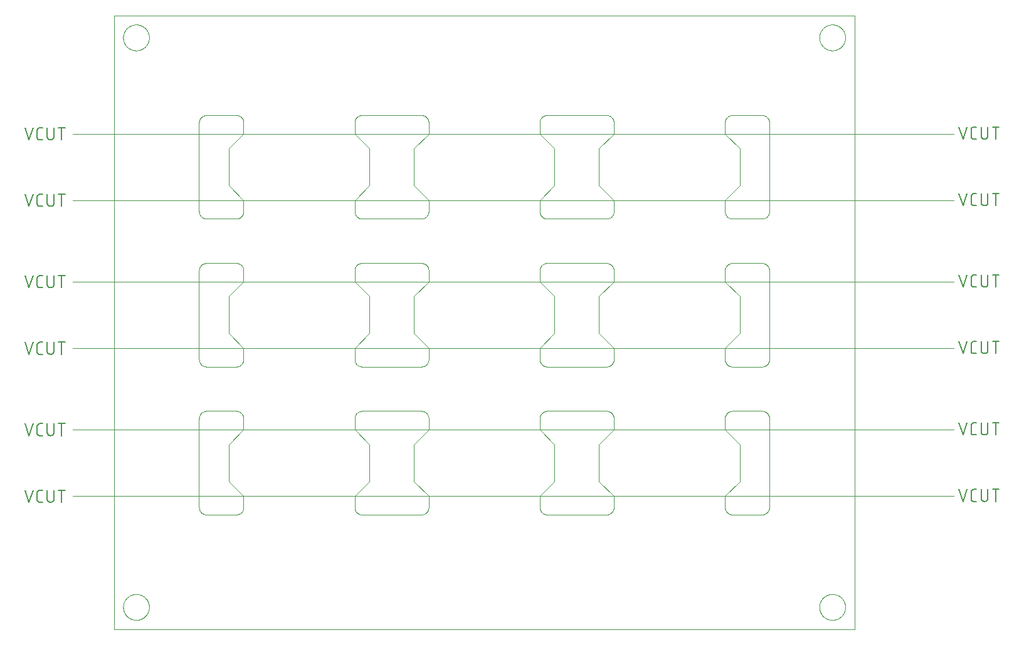
<source format=gko>
G75*
%MOIN*%
%OFA0B0*%
%FSLAX25Y25*%
%IPPOS*%
%LPD*%
%AMOC8*
5,1,8,0,0,1.08239X$1,22.5*
%
%ADD10C,0.00394*%
%ADD11C,0.00600*%
D10*
X0050921Y0001197D02*
X0050921Y0327969D01*
X0444622Y0327969D01*
X0444622Y0001197D01*
X0050921Y0001197D01*
X0055842Y0013008D02*
X0055844Y0013177D01*
X0055850Y0013346D01*
X0055861Y0013515D01*
X0055875Y0013683D01*
X0055894Y0013851D01*
X0055917Y0014019D01*
X0055943Y0014186D01*
X0055974Y0014352D01*
X0056009Y0014518D01*
X0056048Y0014682D01*
X0056092Y0014846D01*
X0056139Y0015008D01*
X0056190Y0015169D01*
X0056245Y0015329D01*
X0056304Y0015488D01*
X0056366Y0015645D01*
X0056433Y0015800D01*
X0056504Y0015954D01*
X0056578Y0016106D01*
X0056656Y0016256D01*
X0056737Y0016404D01*
X0056822Y0016550D01*
X0056911Y0016694D01*
X0057003Y0016836D01*
X0057099Y0016975D01*
X0057198Y0017112D01*
X0057300Y0017247D01*
X0057406Y0017379D01*
X0057515Y0017508D01*
X0057627Y0017635D01*
X0057742Y0017759D01*
X0057860Y0017880D01*
X0057981Y0017998D01*
X0058105Y0018113D01*
X0058232Y0018225D01*
X0058361Y0018334D01*
X0058493Y0018440D01*
X0058628Y0018542D01*
X0058765Y0018641D01*
X0058904Y0018737D01*
X0059046Y0018829D01*
X0059190Y0018918D01*
X0059336Y0019003D01*
X0059484Y0019084D01*
X0059634Y0019162D01*
X0059786Y0019236D01*
X0059940Y0019307D01*
X0060095Y0019374D01*
X0060252Y0019436D01*
X0060411Y0019495D01*
X0060571Y0019550D01*
X0060732Y0019601D01*
X0060894Y0019648D01*
X0061058Y0019692D01*
X0061222Y0019731D01*
X0061388Y0019766D01*
X0061554Y0019797D01*
X0061721Y0019823D01*
X0061889Y0019846D01*
X0062057Y0019865D01*
X0062225Y0019879D01*
X0062394Y0019890D01*
X0062563Y0019896D01*
X0062732Y0019898D01*
X0062901Y0019896D01*
X0063070Y0019890D01*
X0063239Y0019879D01*
X0063407Y0019865D01*
X0063575Y0019846D01*
X0063743Y0019823D01*
X0063910Y0019797D01*
X0064076Y0019766D01*
X0064242Y0019731D01*
X0064406Y0019692D01*
X0064570Y0019648D01*
X0064732Y0019601D01*
X0064893Y0019550D01*
X0065053Y0019495D01*
X0065212Y0019436D01*
X0065369Y0019374D01*
X0065524Y0019307D01*
X0065678Y0019236D01*
X0065830Y0019162D01*
X0065980Y0019084D01*
X0066128Y0019003D01*
X0066274Y0018918D01*
X0066418Y0018829D01*
X0066560Y0018737D01*
X0066699Y0018641D01*
X0066836Y0018542D01*
X0066971Y0018440D01*
X0067103Y0018334D01*
X0067232Y0018225D01*
X0067359Y0018113D01*
X0067483Y0017998D01*
X0067604Y0017880D01*
X0067722Y0017759D01*
X0067837Y0017635D01*
X0067949Y0017508D01*
X0068058Y0017379D01*
X0068164Y0017247D01*
X0068266Y0017112D01*
X0068365Y0016975D01*
X0068461Y0016836D01*
X0068553Y0016694D01*
X0068642Y0016550D01*
X0068727Y0016404D01*
X0068808Y0016256D01*
X0068886Y0016106D01*
X0068960Y0015954D01*
X0069031Y0015800D01*
X0069098Y0015645D01*
X0069160Y0015488D01*
X0069219Y0015329D01*
X0069274Y0015169D01*
X0069325Y0015008D01*
X0069372Y0014846D01*
X0069416Y0014682D01*
X0069455Y0014518D01*
X0069490Y0014352D01*
X0069521Y0014186D01*
X0069547Y0014019D01*
X0069570Y0013851D01*
X0069589Y0013683D01*
X0069603Y0013515D01*
X0069614Y0013346D01*
X0069620Y0013177D01*
X0069622Y0013008D01*
X0069620Y0012839D01*
X0069614Y0012670D01*
X0069603Y0012501D01*
X0069589Y0012333D01*
X0069570Y0012165D01*
X0069547Y0011997D01*
X0069521Y0011830D01*
X0069490Y0011664D01*
X0069455Y0011498D01*
X0069416Y0011334D01*
X0069372Y0011170D01*
X0069325Y0011008D01*
X0069274Y0010847D01*
X0069219Y0010687D01*
X0069160Y0010528D01*
X0069098Y0010371D01*
X0069031Y0010216D01*
X0068960Y0010062D01*
X0068886Y0009910D01*
X0068808Y0009760D01*
X0068727Y0009612D01*
X0068642Y0009466D01*
X0068553Y0009322D01*
X0068461Y0009180D01*
X0068365Y0009041D01*
X0068266Y0008904D01*
X0068164Y0008769D01*
X0068058Y0008637D01*
X0067949Y0008508D01*
X0067837Y0008381D01*
X0067722Y0008257D01*
X0067604Y0008136D01*
X0067483Y0008018D01*
X0067359Y0007903D01*
X0067232Y0007791D01*
X0067103Y0007682D01*
X0066971Y0007576D01*
X0066836Y0007474D01*
X0066699Y0007375D01*
X0066560Y0007279D01*
X0066418Y0007187D01*
X0066274Y0007098D01*
X0066128Y0007013D01*
X0065980Y0006932D01*
X0065830Y0006854D01*
X0065678Y0006780D01*
X0065524Y0006709D01*
X0065369Y0006642D01*
X0065212Y0006580D01*
X0065053Y0006521D01*
X0064893Y0006466D01*
X0064732Y0006415D01*
X0064570Y0006368D01*
X0064406Y0006324D01*
X0064242Y0006285D01*
X0064076Y0006250D01*
X0063910Y0006219D01*
X0063743Y0006193D01*
X0063575Y0006170D01*
X0063407Y0006151D01*
X0063239Y0006137D01*
X0063070Y0006126D01*
X0062901Y0006120D01*
X0062732Y0006118D01*
X0062563Y0006120D01*
X0062394Y0006126D01*
X0062225Y0006137D01*
X0062057Y0006151D01*
X0061889Y0006170D01*
X0061721Y0006193D01*
X0061554Y0006219D01*
X0061388Y0006250D01*
X0061222Y0006285D01*
X0061058Y0006324D01*
X0060894Y0006368D01*
X0060732Y0006415D01*
X0060571Y0006466D01*
X0060411Y0006521D01*
X0060252Y0006580D01*
X0060095Y0006642D01*
X0059940Y0006709D01*
X0059786Y0006780D01*
X0059634Y0006854D01*
X0059484Y0006932D01*
X0059336Y0007013D01*
X0059190Y0007098D01*
X0059046Y0007187D01*
X0058904Y0007279D01*
X0058765Y0007375D01*
X0058628Y0007474D01*
X0058493Y0007576D01*
X0058361Y0007682D01*
X0058232Y0007791D01*
X0058105Y0007903D01*
X0057981Y0008018D01*
X0057860Y0008136D01*
X0057742Y0008257D01*
X0057627Y0008381D01*
X0057515Y0008508D01*
X0057406Y0008637D01*
X0057300Y0008769D01*
X0057198Y0008904D01*
X0057099Y0009041D01*
X0057003Y0009180D01*
X0056911Y0009322D01*
X0056822Y0009466D01*
X0056737Y0009612D01*
X0056656Y0009760D01*
X0056578Y0009910D01*
X0056504Y0010062D01*
X0056433Y0010216D01*
X0056366Y0010371D01*
X0056304Y0010528D01*
X0056245Y0010687D01*
X0056190Y0010847D01*
X0056139Y0011008D01*
X0056092Y0011170D01*
X0056048Y0011334D01*
X0056009Y0011498D01*
X0055974Y0011664D01*
X0055943Y0011830D01*
X0055917Y0011997D01*
X0055894Y0012165D01*
X0055875Y0012333D01*
X0055861Y0012501D01*
X0055850Y0012670D01*
X0055844Y0012839D01*
X0055842Y0013008D01*
X0100134Y0062220D02*
X0115882Y0062220D01*
X0116006Y0062222D01*
X0116129Y0062228D01*
X0116253Y0062237D01*
X0116375Y0062251D01*
X0116498Y0062268D01*
X0116620Y0062290D01*
X0116741Y0062315D01*
X0116861Y0062344D01*
X0116980Y0062376D01*
X0117099Y0062413D01*
X0117216Y0062453D01*
X0117331Y0062496D01*
X0117446Y0062544D01*
X0117558Y0062595D01*
X0117669Y0062649D01*
X0117779Y0062707D01*
X0117886Y0062768D01*
X0117992Y0062833D01*
X0118095Y0062901D01*
X0118196Y0062972D01*
X0118295Y0063046D01*
X0118392Y0063123D01*
X0118486Y0063204D01*
X0118577Y0063287D01*
X0118666Y0063373D01*
X0118752Y0063462D01*
X0118835Y0063553D01*
X0118916Y0063647D01*
X0118993Y0063744D01*
X0119067Y0063843D01*
X0119138Y0063944D01*
X0119206Y0064047D01*
X0119271Y0064153D01*
X0119332Y0064260D01*
X0119390Y0064370D01*
X0119444Y0064481D01*
X0119495Y0064593D01*
X0119543Y0064708D01*
X0119586Y0064823D01*
X0119626Y0064940D01*
X0119663Y0065059D01*
X0119695Y0065178D01*
X0119724Y0065298D01*
X0119749Y0065419D01*
X0119771Y0065541D01*
X0119788Y0065664D01*
X0119802Y0065786D01*
X0119811Y0065910D01*
X0119817Y0066033D01*
X0119819Y0066157D01*
X0119819Y0072063D01*
X0111945Y0079937D01*
X0111945Y0099622D01*
X0119819Y0107496D01*
X0119819Y0113402D01*
X0119817Y0113526D01*
X0119811Y0113649D01*
X0119802Y0113773D01*
X0119788Y0113895D01*
X0119771Y0114018D01*
X0119749Y0114140D01*
X0119724Y0114261D01*
X0119695Y0114381D01*
X0119663Y0114500D01*
X0119626Y0114619D01*
X0119586Y0114736D01*
X0119543Y0114851D01*
X0119495Y0114966D01*
X0119444Y0115078D01*
X0119390Y0115189D01*
X0119332Y0115299D01*
X0119271Y0115406D01*
X0119206Y0115512D01*
X0119138Y0115615D01*
X0119067Y0115716D01*
X0118993Y0115815D01*
X0118916Y0115912D01*
X0118835Y0116006D01*
X0118752Y0116097D01*
X0118666Y0116186D01*
X0118577Y0116272D01*
X0118486Y0116355D01*
X0118392Y0116436D01*
X0118295Y0116513D01*
X0118196Y0116587D01*
X0118095Y0116658D01*
X0117992Y0116726D01*
X0117886Y0116791D01*
X0117779Y0116852D01*
X0117669Y0116910D01*
X0117558Y0116964D01*
X0117446Y0117015D01*
X0117331Y0117063D01*
X0117216Y0117106D01*
X0117099Y0117146D01*
X0116980Y0117183D01*
X0116861Y0117215D01*
X0116741Y0117244D01*
X0116620Y0117269D01*
X0116498Y0117291D01*
X0116375Y0117308D01*
X0116253Y0117322D01*
X0116129Y0117331D01*
X0116006Y0117337D01*
X0115882Y0117339D01*
X0100134Y0117339D01*
X0100010Y0117337D01*
X0099887Y0117331D01*
X0099763Y0117322D01*
X0099641Y0117308D01*
X0099518Y0117291D01*
X0099396Y0117269D01*
X0099275Y0117244D01*
X0099155Y0117215D01*
X0099036Y0117183D01*
X0098917Y0117146D01*
X0098800Y0117106D01*
X0098685Y0117063D01*
X0098570Y0117015D01*
X0098458Y0116964D01*
X0098347Y0116910D01*
X0098237Y0116852D01*
X0098130Y0116791D01*
X0098024Y0116726D01*
X0097921Y0116658D01*
X0097820Y0116587D01*
X0097721Y0116513D01*
X0097624Y0116436D01*
X0097530Y0116355D01*
X0097439Y0116272D01*
X0097350Y0116186D01*
X0097264Y0116097D01*
X0097181Y0116006D01*
X0097100Y0115912D01*
X0097023Y0115815D01*
X0096949Y0115716D01*
X0096878Y0115615D01*
X0096810Y0115512D01*
X0096745Y0115406D01*
X0096684Y0115299D01*
X0096626Y0115189D01*
X0096572Y0115078D01*
X0096521Y0114966D01*
X0096473Y0114851D01*
X0096430Y0114736D01*
X0096390Y0114619D01*
X0096353Y0114500D01*
X0096321Y0114381D01*
X0096292Y0114261D01*
X0096267Y0114140D01*
X0096245Y0114018D01*
X0096228Y0113895D01*
X0096214Y0113773D01*
X0096205Y0113649D01*
X0096199Y0113526D01*
X0096197Y0113402D01*
X0096197Y0066157D01*
X0096199Y0066033D01*
X0096205Y0065910D01*
X0096214Y0065786D01*
X0096228Y0065664D01*
X0096245Y0065541D01*
X0096267Y0065419D01*
X0096292Y0065298D01*
X0096321Y0065178D01*
X0096353Y0065059D01*
X0096390Y0064940D01*
X0096430Y0064823D01*
X0096473Y0064708D01*
X0096521Y0064593D01*
X0096572Y0064481D01*
X0096626Y0064370D01*
X0096684Y0064260D01*
X0096745Y0064153D01*
X0096810Y0064047D01*
X0096878Y0063944D01*
X0096949Y0063843D01*
X0097023Y0063744D01*
X0097100Y0063647D01*
X0097181Y0063553D01*
X0097264Y0063462D01*
X0097350Y0063373D01*
X0097439Y0063287D01*
X0097530Y0063204D01*
X0097624Y0063123D01*
X0097721Y0063046D01*
X0097820Y0062972D01*
X0097921Y0062901D01*
X0098024Y0062833D01*
X0098130Y0062768D01*
X0098237Y0062707D01*
X0098347Y0062649D01*
X0098458Y0062595D01*
X0098570Y0062544D01*
X0098685Y0062496D01*
X0098800Y0062453D01*
X0098917Y0062413D01*
X0099036Y0062376D01*
X0099155Y0062344D01*
X0099275Y0062315D01*
X0099396Y0062290D01*
X0099518Y0062268D01*
X0099641Y0062251D01*
X0099763Y0062237D01*
X0099887Y0062228D01*
X0100010Y0062222D01*
X0100134Y0062220D01*
X0131236Y0072063D02*
X0198165Y0072063D01*
X0196197Y0072063D02*
X0137142Y0072063D01*
X0178874Y0072063D02*
X0178874Y0066157D01*
X0178876Y0066033D01*
X0178882Y0065910D01*
X0178891Y0065786D01*
X0178905Y0065664D01*
X0178922Y0065541D01*
X0178944Y0065419D01*
X0178969Y0065298D01*
X0178998Y0065178D01*
X0179030Y0065059D01*
X0179067Y0064940D01*
X0179107Y0064823D01*
X0179150Y0064708D01*
X0179198Y0064593D01*
X0179249Y0064481D01*
X0179303Y0064370D01*
X0179361Y0064260D01*
X0179422Y0064153D01*
X0179487Y0064047D01*
X0179555Y0063944D01*
X0179626Y0063843D01*
X0179700Y0063744D01*
X0179777Y0063647D01*
X0179858Y0063553D01*
X0179941Y0063462D01*
X0180027Y0063373D01*
X0180116Y0063287D01*
X0180207Y0063204D01*
X0180301Y0063123D01*
X0180398Y0063046D01*
X0180497Y0062972D01*
X0180598Y0062901D01*
X0180701Y0062833D01*
X0180807Y0062768D01*
X0180914Y0062707D01*
X0181024Y0062649D01*
X0181135Y0062595D01*
X0181247Y0062544D01*
X0181362Y0062496D01*
X0181477Y0062453D01*
X0181594Y0062413D01*
X0181713Y0062376D01*
X0181832Y0062344D01*
X0181952Y0062315D01*
X0182073Y0062290D01*
X0182195Y0062268D01*
X0182318Y0062251D01*
X0182440Y0062237D01*
X0182564Y0062228D01*
X0182687Y0062222D01*
X0182811Y0062220D01*
X0214307Y0062220D01*
X0214431Y0062222D01*
X0214554Y0062228D01*
X0214678Y0062237D01*
X0214800Y0062251D01*
X0214923Y0062268D01*
X0215045Y0062290D01*
X0215166Y0062315D01*
X0215286Y0062344D01*
X0215405Y0062376D01*
X0215524Y0062413D01*
X0215641Y0062453D01*
X0215756Y0062496D01*
X0215871Y0062544D01*
X0215983Y0062595D01*
X0216094Y0062649D01*
X0216204Y0062707D01*
X0216311Y0062768D01*
X0216417Y0062833D01*
X0216520Y0062901D01*
X0216621Y0062972D01*
X0216720Y0063046D01*
X0216817Y0063123D01*
X0216911Y0063204D01*
X0217002Y0063287D01*
X0217091Y0063373D01*
X0217177Y0063462D01*
X0217260Y0063553D01*
X0217341Y0063647D01*
X0217418Y0063744D01*
X0217492Y0063843D01*
X0217563Y0063944D01*
X0217631Y0064047D01*
X0217696Y0064153D01*
X0217757Y0064260D01*
X0217815Y0064370D01*
X0217869Y0064481D01*
X0217920Y0064593D01*
X0217968Y0064708D01*
X0218011Y0064823D01*
X0218051Y0064940D01*
X0218088Y0065059D01*
X0218120Y0065178D01*
X0218149Y0065298D01*
X0218174Y0065419D01*
X0218196Y0065541D01*
X0218213Y0065664D01*
X0218227Y0065786D01*
X0218236Y0065910D01*
X0218242Y0066033D01*
X0218244Y0066157D01*
X0218244Y0072063D01*
X0210370Y0079937D01*
X0210370Y0099622D01*
X0218244Y0107496D01*
X0218244Y0113402D01*
X0218242Y0113526D01*
X0218236Y0113649D01*
X0218227Y0113773D01*
X0218213Y0113895D01*
X0218196Y0114018D01*
X0218174Y0114140D01*
X0218149Y0114261D01*
X0218120Y0114381D01*
X0218088Y0114500D01*
X0218051Y0114619D01*
X0218011Y0114736D01*
X0217968Y0114851D01*
X0217920Y0114966D01*
X0217869Y0115078D01*
X0217815Y0115189D01*
X0217757Y0115299D01*
X0217696Y0115406D01*
X0217631Y0115512D01*
X0217563Y0115615D01*
X0217492Y0115716D01*
X0217418Y0115815D01*
X0217341Y0115912D01*
X0217260Y0116006D01*
X0217177Y0116097D01*
X0217091Y0116186D01*
X0217002Y0116272D01*
X0216911Y0116355D01*
X0216817Y0116436D01*
X0216720Y0116513D01*
X0216621Y0116587D01*
X0216520Y0116658D01*
X0216417Y0116726D01*
X0216311Y0116791D01*
X0216204Y0116852D01*
X0216094Y0116910D01*
X0215983Y0116964D01*
X0215871Y0117015D01*
X0215756Y0117063D01*
X0215641Y0117106D01*
X0215524Y0117146D01*
X0215405Y0117183D01*
X0215286Y0117215D01*
X0215166Y0117244D01*
X0215045Y0117269D01*
X0214923Y0117291D01*
X0214800Y0117308D01*
X0214678Y0117322D01*
X0214554Y0117331D01*
X0214431Y0117337D01*
X0214307Y0117339D01*
X0182811Y0117339D01*
X0182687Y0117337D01*
X0182564Y0117331D01*
X0182440Y0117322D01*
X0182318Y0117308D01*
X0182195Y0117291D01*
X0182073Y0117269D01*
X0181952Y0117244D01*
X0181832Y0117215D01*
X0181713Y0117183D01*
X0181594Y0117146D01*
X0181477Y0117106D01*
X0181362Y0117063D01*
X0181247Y0117015D01*
X0181135Y0116964D01*
X0181024Y0116910D01*
X0180914Y0116852D01*
X0180807Y0116791D01*
X0180701Y0116726D01*
X0180598Y0116658D01*
X0180497Y0116587D01*
X0180398Y0116513D01*
X0180301Y0116436D01*
X0180207Y0116355D01*
X0180116Y0116272D01*
X0180027Y0116186D01*
X0179941Y0116097D01*
X0179858Y0116006D01*
X0179777Y0115912D01*
X0179700Y0115815D01*
X0179626Y0115716D01*
X0179555Y0115615D01*
X0179487Y0115512D01*
X0179422Y0115406D01*
X0179361Y0115299D01*
X0179303Y0115189D01*
X0179249Y0115078D01*
X0179198Y0114966D01*
X0179150Y0114851D01*
X0179107Y0114736D01*
X0179067Y0114619D01*
X0179030Y0114500D01*
X0178998Y0114381D01*
X0178969Y0114261D01*
X0178944Y0114140D01*
X0178922Y0114018D01*
X0178905Y0113895D01*
X0178891Y0113773D01*
X0178882Y0113649D01*
X0178876Y0113526D01*
X0178874Y0113402D01*
X0178874Y0107496D01*
X0186748Y0099622D01*
X0186748Y0079937D01*
X0178874Y0072063D01*
X0206039Y0072063D02*
X0272969Y0072063D01*
X0277299Y0072063D02*
X0277299Y0066157D01*
X0277301Y0066033D01*
X0277307Y0065910D01*
X0277316Y0065786D01*
X0277330Y0065664D01*
X0277347Y0065541D01*
X0277369Y0065419D01*
X0277394Y0065298D01*
X0277423Y0065178D01*
X0277455Y0065059D01*
X0277492Y0064940D01*
X0277532Y0064823D01*
X0277575Y0064708D01*
X0277623Y0064593D01*
X0277674Y0064481D01*
X0277728Y0064370D01*
X0277786Y0064260D01*
X0277847Y0064153D01*
X0277912Y0064047D01*
X0277980Y0063944D01*
X0278051Y0063843D01*
X0278125Y0063744D01*
X0278202Y0063647D01*
X0278283Y0063553D01*
X0278366Y0063462D01*
X0278452Y0063373D01*
X0278541Y0063287D01*
X0278632Y0063204D01*
X0278726Y0063123D01*
X0278823Y0063046D01*
X0278922Y0062972D01*
X0279023Y0062901D01*
X0279126Y0062833D01*
X0279232Y0062768D01*
X0279339Y0062707D01*
X0279449Y0062649D01*
X0279560Y0062595D01*
X0279672Y0062544D01*
X0279787Y0062496D01*
X0279902Y0062453D01*
X0280019Y0062413D01*
X0280138Y0062376D01*
X0280257Y0062344D01*
X0280377Y0062315D01*
X0280498Y0062290D01*
X0280620Y0062268D01*
X0280743Y0062251D01*
X0280865Y0062237D01*
X0280989Y0062228D01*
X0281112Y0062222D01*
X0281236Y0062220D01*
X0312732Y0062220D01*
X0312856Y0062222D01*
X0312979Y0062228D01*
X0313103Y0062237D01*
X0313225Y0062251D01*
X0313348Y0062268D01*
X0313470Y0062290D01*
X0313591Y0062315D01*
X0313711Y0062344D01*
X0313830Y0062376D01*
X0313949Y0062413D01*
X0314066Y0062453D01*
X0314181Y0062496D01*
X0314296Y0062544D01*
X0314408Y0062595D01*
X0314519Y0062649D01*
X0314629Y0062707D01*
X0314736Y0062768D01*
X0314842Y0062833D01*
X0314945Y0062901D01*
X0315046Y0062972D01*
X0315145Y0063046D01*
X0315242Y0063123D01*
X0315336Y0063204D01*
X0315427Y0063287D01*
X0315516Y0063373D01*
X0315602Y0063462D01*
X0315685Y0063553D01*
X0315766Y0063647D01*
X0315843Y0063744D01*
X0315917Y0063843D01*
X0315988Y0063944D01*
X0316056Y0064047D01*
X0316121Y0064153D01*
X0316182Y0064260D01*
X0316240Y0064370D01*
X0316294Y0064481D01*
X0316345Y0064593D01*
X0316393Y0064708D01*
X0316436Y0064823D01*
X0316476Y0064940D01*
X0316513Y0065059D01*
X0316545Y0065178D01*
X0316574Y0065298D01*
X0316599Y0065419D01*
X0316621Y0065541D01*
X0316638Y0065664D01*
X0316652Y0065786D01*
X0316661Y0065910D01*
X0316667Y0066033D01*
X0316669Y0066157D01*
X0316669Y0072063D01*
X0308795Y0079937D01*
X0308795Y0099622D01*
X0316669Y0107496D01*
X0316669Y0113402D01*
X0316667Y0113526D01*
X0316661Y0113649D01*
X0316652Y0113773D01*
X0316638Y0113895D01*
X0316621Y0114018D01*
X0316599Y0114140D01*
X0316574Y0114261D01*
X0316545Y0114381D01*
X0316513Y0114500D01*
X0316476Y0114619D01*
X0316436Y0114736D01*
X0316393Y0114851D01*
X0316345Y0114966D01*
X0316294Y0115078D01*
X0316240Y0115189D01*
X0316182Y0115299D01*
X0316121Y0115406D01*
X0316056Y0115512D01*
X0315988Y0115615D01*
X0315917Y0115716D01*
X0315843Y0115815D01*
X0315766Y0115912D01*
X0315685Y0116006D01*
X0315602Y0116097D01*
X0315516Y0116186D01*
X0315427Y0116272D01*
X0315336Y0116355D01*
X0315242Y0116436D01*
X0315145Y0116513D01*
X0315046Y0116587D01*
X0314945Y0116658D01*
X0314842Y0116726D01*
X0314736Y0116791D01*
X0314629Y0116852D01*
X0314519Y0116910D01*
X0314408Y0116964D01*
X0314296Y0117015D01*
X0314181Y0117063D01*
X0314066Y0117106D01*
X0313949Y0117146D01*
X0313830Y0117183D01*
X0313711Y0117215D01*
X0313591Y0117244D01*
X0313470Y0117269D01*
X0313348Y0117291D01*
X0313225Y0117308D01*
X0313103Y0117322D01*
X0312979Y0117331D01*
X0312856Y0117337D01*
X0312732Y0117339D01*
X0281236Y0117339D01*
X0281112Y0117337D01*
X0280989Y0117331D01*
X0280865Y0117322D01*
X0280743Y0117308D01*
X0280620Y0117291D01*
X0280498Y0117269D01*
X0280377Y0117244D01*
X0280257Y0117215D01*
X0280138Y0117183D01*
X0280019Y0117146D01*
X0279902Y0117106D01*
X0279787Y0117063D01*
X0279672Y0117015D01*
X0279560Y0116964D01*
X0279449Y0116910D01*
X0279339Y0116852D01*
X0279232Y0116791D01*
X0279126Y0116726D01*
X0279023Y0116658D01*
X0278922Y0116587D01*
X0278823Y0116513D01*
X0278726Y0116436D01*
X0278632Y0116355D01*
X0278541Y0116272D01*
X0278452Y0116186D01*
X0278366Y0116097D01*
X0278283Y0116006D01*
X0278202Y0115912D01*
X0278125Y0115815D01*
X0278051Y0115716D01*
X0277980Y0115615D01*
X0277912Y0115512D01*
X0277847Y0115406D01*
X0277786Y0115299D01*
X0277728Y0115189D01*
X0277674Y0115078D01*
X0277623Y0114966D01*
X0277575Y0114851D01*
X0277532Y0114736D01*
X0277492Y0114619D01*
X0277455Y0114500D01*
X0277423Y0114381D01*
X0277394Y0114261D01*
X0277369Y0114140D01*
X0277347Y0114018D01*
X0277330Y0113895D01*
X0277316Y0113773D01*
X0277307Y0113649D01*
X0277301Y0113526D01*
X0277299Y0113402D01*
X0277299Y0107496D01*
X0285173Y0099622D01*
X0285173Y0079937D01*
X0277299Y0072063D01*
X0280843Y0072063D02*
X0347772Y0072063D01*
X0355646Y0072063D02*
X0422575Y0072063D01*
X0399346Y0066157D02*
X0399346Y0113402D01*
X0399344Y0113526D01*
X0399338Y0113649D01*
X0399329Y0113773D01*
X0399315Y0113895D01*
X0399298Y0114018D01*
X0399276Y0114140D01*
X0399251Y0114261D01*
X0399222Y0114381D01*
X0399190Y0114500D01*
X0399153Y0114619D01*
X0399113Y0114736D01*
X0399070Y0114851D01*
X0399022Y0114966D01*
X0398971Y0115078D01*
X0398917Y0115189D01*
X0398859Y0115299D01*
X0398798Y0115406D01*
X0398733Y0115512D01*
X0398665Y0115615D01*
X0398594Y0115716D01*
X0398520Y0115815D01*
X0398443Y0115912D01*
X0398362Y0116006D01*
X0398279Y0116097D01*
X0398193Y0116186D01*
X0398104Y0116272D01*
X0398013Y0116355D01*
X0397919Y0116436D01*
X0397822Y0116513D01*
X0397723Y0116587D01*
X0397622Y0116658D01*
X0397519Y0116726D01*
X0397413Y0116791D01*
X0397306Y0116852D01*
X0397196Y0116910D01*
X0397085Y0116964D01*
X0396973Y0117015D01*
X0396858Y0117063D01*
X0396743Y0117106D01*
X0396626Y0117146D01*
X0396507Y0117183D01*
X0396388Y0117215D01*
X0396268Y0117244D01*
X0396147Y0117269D01*
X0396025Y0117291D01*
X0395902Y0117308D01*
X0395780Y0117322D01*
X0395656Y0117331D01*
X0395533Y0117337D01*
X0395409Y0117339D01*
X0379661Y0117339D01*
X0379537Y0117337D01*
X0379414Y0117331D01*
X0379290Y0117322D01*
X0379168Y0117308D01*
X0379045Y0117291D01*
X0378923Y0117269D01*
X0378802Y0117244D01*
X0378682Y0117215D01*
X0378563Y0117183D01*
X0378444Y0117146D01*
X0378327Y0117106D01*
X0378212Y0117063D01*
X0378097Y0117015D01*
X0377985Y0116964D01*
X0377874Y0116910D01*
X0377764Y0116852D01*
X0377657Y0116791D01*
X0377551Y0116726D01*
X0377448Y0116658D01*
X0377347Y0116587D01*
X0377248Y0116513D01*
X0377151Y0116436D01*
X0377057Y0116355D01*
X0376966Y0116272D01*
X0376877Y0116186D01*
X0376791Y0116097D01*
X0376708Y0116006D01*
X0376627Y0115912D01*
X0376550Y0115815D01*
X0376476Y0115716D01*
X0376405Y0115615D01*
X0376337Y0115512D01*
X0376272Y0115406D01*
X0376211Y0115299D01*
X0376153Y0115189D01*
X0376099Y0115078D01*
X0376048Y0114966D01*
X0376000Y0114851D01*
X0375957Y0114736D01*
X0375917Y0114619D01*
X0375880Y0114500D01*
X0375848Y0114381D01*
X0375819Y0114261D01*
X0375794Y0114140D01*
X0375772Y0114018D01*
X0375755Y0113895D01*
X0375741Y0113773D01*
X0375732Y0113649D01*
X0375726Y0113526D01*
X0375724Y0113402D01*
X0375724Y0107496D01*
X0383598Y0099622D01*
X0383598Y0079937D01*
X0375724Y0072063D01*
X0375724Y0066157D01*
X0375726Y0066033D01*
X0375732Y0065910D01*
X0375741Y0065786D01*
X0375755Y0065664D01*
X0375772Y0065541D01*
X0375794Y0065419D01*
X0375819Y0065298D01*
X0375848Y0065178D01*
X0375880Y0065059D01*
X0375917Y0064940D01*
X0375957Y0064823D01*
X0376000Y0064708D01*
X0376048Y0064593D01*
X0376099Y0064481D01*
X0376153Y0064370D01*
X0376211Y0064260D01*
X0376272Y0064153D01*
X0376337Y0064047D01*
X0376405Y0063944D01*
X0376476Y0063843D01*
X0376550Y0063744D01*
X0376627Y0063647D01*
X0376708Y0063553D01*
X0376791Y0063462D01*
X0376877Y0063373D01*
X0376966Y0063287D01*
X0377057Y0063204D01*
X0377151Y0063123D01*
X0377248Y0063046D01*
X0377347Y0062972D01*
X0377448Y0062901D01*
X0377551Y0062833D01*
X0377657Y0062768D01*
X0377764Y0062707D01*
X0377874Y0062649D01*
X0377985Y0062595D01*
X0378097Y0062544D01*
X0378212Y0062496D01*
X0378327Y0062453D01*
X0378444Y0062413D01*
X0378563Y0062376D01*
X0378682Y0062344D01*
X0378802Y0062315D01*
X0378923Y0062290D01*
X0379045Y0062268D01*
X0379168Y0062251D01*
X0379290Y0062237D01*
X0379414Y0062228D01*
X0379537Y0062222D01*
X0379661Y0062220D01*
X0395409Y0062220D01*
X0395533Y0062222D01*
X0395656Y0062228D01*
X0395780Y0062237D01*
X0395902Y0062251D01*
X0396025Y0062268D01*
X0396147Y0062290D01*
X0396268Y0062315D01*
X0396388Y0062344D01*
X0396507Y0062376D01*
X0396626Y0062413D01*
X0396743Y0062453D01*
X0396858Y0062496D01*
X0396973Y0062544D01*
X0397085Y0062595D01*
X0397196Y0062649D01*
X0397306Y0062707D01*
X0397413Y0062768D01*
X0397519Y0062833D01*
X0397622Y0062901D01*
X0397723Y0062972D01*
X0397822Y0063046D01*
X0397919Y0063123D01*
X0398013Y0063204D01*
X0398104Y0063287D01*
X0398193Y0063373D01*
X0398279Y0063462D01*
X0398362Y0063553D01*
X0398443Y0063647D01*
X0398520Y0063744D01*
X0398594Y0063843D01*
X0398665Y0063944D01*
X0398733Y0064047D01*
X0398798Y0064153D01*
X0398859Y0064260D01*
X0398917Y0064370D01*
X0398971Y0064481D01*
X0399022Y0064593D01*
X0399070Y0064708D01*
X0399113Y0064823D01*
X0399153Y0064940D01*
X0399190Y0065059D01*
X0399222Y0065178D01*
X0399251Y0065298D01*
X0399276Y0065419D01*
X0399298Y0065541D01*
X0399315Y0065664D01*
X0399329Y0065786D01*
X0399338Y0065910D01*
X0399344Y0066033D01*
X0399346Y0066157D01*
X0393047Y0072063D02*
X0333992Y0072063D01*
X0294622Y0072063D02*
X0235567Y0072063D01*
X0235567Y0107496D02*
X0294622Y0107496D01*
X0280843Y0107496D02*
X0347772Y0107496D01*
X0355646Y0107496D02*
X0422575Y0107496D01*
X0393047Y0107496D02*
X0333992Y0107496D01*
X0312732Y0140961D02*
X0281236Y0140961D01*
X0281112Y0140963D01*
X0280989Y0140969D01*
X0280865Y0140978D01*
X0280743Y0140992D01*
X0280620Y0141009D01*
X0280498Y0141031D01*
X0280377Y0141056D01*
X0280257Y0141085D01*
X0280138Y0141117D01*
X0280019Y0141154D01*
X0279902Y0141194D01*
X0279787Y0141237D01*
X0279672Y0141285D01*
X0279560Y0141336D01*
X0279449Y0141390D01*
X0279339Y0141448D01*
X0279232Y0141509D01*
X0279126Y0141574D01*
X0279023Y0141642D01*
X0278922Y0141713D01*
X0278823Y0141787D01*
X0278726Y0141864D01*
X0278632Y0141945D01*
X0278541Y0142028D01*
X0278452Y0142114D01*
X0278366Y0142203D01*
X0278283Y0142294D01*
X0278202Y0142388D01*
X0278125Y0142485D01*
X0278051Y0142584D01*
X0277980Y0142685D01*
X0277912Y0142788D01*
X0277847Y0142894D01*
X0277786Y0143001D01*
X0277728Y0143111D01*
X0277674Y0143222D01*
X0277623Y0143334D01*
X0277575Y0143449D01*
X0277532Y0143564D01*
X0277492Y0143681D01*
X0277455Y0143800D01*
X0277423Y0143919D01*
X0277394Y0144039D01*
X0277369Y0144160D01*
X0277347Y0144282D01*
X0277330Y0144405D01*
X0277316Y0144527D01*
X0277307Y0144651D01*
X0277301Y0144774D01*
X0277299Y0144898D01*
X0277299Y0150803D01*
X0285173Y0158677D01*
X0285173Y0178362D01*
X0277299Y0186236D01*
X0277299Y0192142D01*
X0277301Y0192266D01*
X0277307Y0192389D01*
X0277316Y0192513D01*
X0277330Y0192635D01*
X0277347Y0192758D01*
X0277369Y0192880D01*
X0277394Y0193001D01*
X0277423Y0193121D01*
X0277455Y0193240D01*
X0277492Y0193359D01*
X0277532Y0193476D01*
X0277575Y0193591D01*
X0277623Y0193706D01*
X0277674Y0193818D01*
X0277728Y0193929D01*
X0277786Y0194039D01*
X0277847Y0194146D01*
X0277912Y0194252D01*
X0277980Y0194355D01*
X0278051Y0194456D01*
X0278125Y0194555D01*
X0278202Y0194652D01*
X0278283Y0194746D01*
X0278366Y0194837D01*
X0278452Y0194926D01*
X0278541Y0195012D01*
X0278632Y0195095D01*
X0278726Y0195176D01*
X0278823Y0195253D01*
X0278922Y0195327D01*
X0279023Y0195398D01*
X0279126Y0195466D01*
X0279232Y0195531D01*
X0279339Y0195592D01*
X0279449Y0195650D01*
X0279560Y0195704D01*
X0279672Y0195755D01*
X0279787Y0195803D01*
X0279902Y0195846D01*
X0280019Y0195886D01*
X0280138Y0195923D01*
X0280257Y0195955D01*
X0280377Y0195984D01*
X0280498Y0196009D01*
X0280620Y0196031D01*
X0280743Y0196048D01*
X0280865Y0196062D01*
X0280989Y0196071D01*
X0281112Y0196077D01*
X0281236Y0196079D01*
X0312732Y0196079D01*
X0312856Y0196077D01*
X0312979Y0196071D01*
X0313103Y0196062D01*
X0313225Y0196048D01*
X0313348Y0196031D01*
X0313470Y0196009D01*
X0313591Y0195984D01*
X0313711Y0195955D01*
X0313830Y0195923D01*
X0313949Y0195886D01*
X0314066Y0195846D01*
X0314181Y0195803D01*
X0314296Y0195755D01*
X0314408Y0195704D01*
X0314519Y0195650D01*
X0314629Y0195592D01*
X0314736Y0195531D01*
X0314842Y0195466D01*
X0314945Y0195398D01*
X0315046Y0195327D01*
X0315145Y0195253D01*
X0315242Y0195176D01*
X0315336Y0195095D01*
X0315427Y0195012D01*
X0315516Y0194926D01*
X0315602Y0194837D01*
X0315685Y0194746D01*
X0315766Y0194652D01*
X0315843Y0194555D01*
X0315917Y0194456D01*
X0315988Y0194355D01*
X0316056Y0194252D01*
X0316121Y0194146D01*
X0316182Y0194039D01*
X0316240Y0193929D01*
X0316294Y0193818D01*
X0316345Y0193706D01*
X0316393Y0193591D01*
X0316436Y0193476D01*
X0316476Y0193359D01*
X0316513Y0193240D01*
X0316545Y0193121D01*
X0316574Y0193001D01*
X0316599Y0192880D01*
X0316621Y0192758D01*
X0316638Y0192635D01*
X0316652Y0192513D01*
X0316661Y0192389D01*
X0316667Y0192266D01*
X0316669Y0192142D01*
X0316669Y0186236D01*
X0308795Y0178362D01*
X0308795Y0158677D01*
X0316669Y0150803D01*
X0316669Y0144898D01*
X0316667Y0144774D01*
X0316661Y0144651D01*
X0316652Y0144527D01*
X0316638Y0144405D01*
X0316621Y0144282D01*
X0316599Y0144160D01*
X0316574Y0144039D01*
X0316545Y0143919D01*
X0316513Y0143800D01*
X0316476Y0143681D01*
X0316436Y0143564D01*
X0316393Y0143449D01*
X0316345Y0143334D01*
X0316294Y0143222D01*
X0316240Y0143111D01*
X0316182Y0143001D01*
X0316121Y0142894D01*
X0316056Y0142788D01*
X0315988Y0142685D01*
X0315917Y0142584D01*
X0315843Y0142485D01*
X0315766Y0142388D01*
X0315685Y0142294D01*
X0315602Y0142203D01*
X0315516Y0142114D01*
X0315427Y0142028D01*
X0315336Y0141945D01*
X0315242Y0141864D01*
X0315145Y0141787D01*
X0315046Y0141713D01*
X0314945Y0141642D01*
X0314842Y0141574D01*
X0314736Y0141509D01*
X0314629Y0141448D01*
X0314519Y0141390D01*
X0314408Y0141336D01*
X0314296Y0141285D01*
X0314181Y0141237D01*
X0314066Y0141194D01*
X0313949Y0141154D01*
X0313830Y0141117D01*
X0313711Y0141085D01*
X0313591Y0141056D01*
X0313470Y0141031D01*
X0313348Y0141009D01*
X0313225Y0140992D01*
X0313103Y0140978D01*
X0312979Y0140969D01*
X0312856Y0140963D01*
X0312732Y0140961D01*
X0294622Y0150803D02*
X0235567Y0150803D01*
X0218244Y0150803D02*
X0218244Y0144898D01*
X0218242Y0144774D01*
X0218236Y0144651D01*
X0218227Y0144527D01*
X0218213Y0144405D01*
X0218196Y0144282D01*
X0218174Y0144160D01*
X0218149Y0144039D01*
X0218120Y0143919D01*
X0218088Y0143800D01*
X0218051Y0143681D01*
X0218011Y0143564D01*
X0217968Y0143449D01*
X0217920Y0143334D01*
X0217869Y0143222D01*
X0217815Y0143111D01*
X0217757Y0143001D01*
X0217696Y0142894D01*
X0217631Y0142788D01*
X0217563Y0142685D01*
X0217492Y0142584D01*
X0217418Y0142485D01*
X0217341Y0142388D01*
X0217260Y0142294D01*
X0217177Y0142203D01*
X0217091Y0142114D01*
X0217002Y0142028D01*
X0216911Y0141945D01*
X0216817Y0141864D01*
X0216720Y0141787D01*
X0216621Y0141713D01*
X0216520Y0141642D01*
X0216417Y0141574D01*
X0216311Y0141509D01*
X0216204Y0141448D01*
X0216094Y0141390D01*
X0215983Y0141336D01*
X0215871Y0141285D01*
X0215756Y0141237D01*
X0215641Y0141194D01*
X0215524Y0141154D01*
X0215405Y0141117D01*
X0215286Y0141085D01*
X0215166Y0141056D01*
X0215045Y0141031D01*
X0214923Y0141009D01*
X0214800Y0140992D01*
X0214678Y0140978D01*
X0214554Y0140969D01*
X0214431Y0140963D01*
X0214307Y0140961D01*
X0182811Y0140961D01*
X0182687Y0140963D01*
X0182564Y0140969D01*
X0182440Y0140978D01*
X0182318Y0140992D01*
X0182195Y0141009D01*
X0182073Y0141031D01*
X0181952Y0141056D01*
X0181832Y0141085D01*
X0181713Y0141117D01*
X0181594Y0141154D01*
X0181477Y0141194D01*
X0181362Y0141237D01*
X0181247Y0141285D01*
X0181135Y0141336D01*
X0181024Y0141390D01*
X0180914Y0141448D01*
X0180807Y0141509D01*
X0180701Y0141574D01*
X0180598Y0141642D01*
X0180497Y0141713D01*
X0180398Y0141787D01*
X0180301Y0141864D01*
X0180207Y0141945D01*
X0180116Y0142028D01*
X0180027Y0142114D01*
X0179941Y0142203D01*
X0179858Y0142294D01*
X0179777Y0142388D01*
X0179700Y0142485D01*
X0179626Y0142584D01*
X0179555Y0142685D01*
X0179487Y0142788D01*
X0179422Y0142894D01*
X0179361Y0143001D01*
X0179303Y0143111D01*
X0179249Y0143222D01*
X0179198Y0143334D01*
X0179150Y0143449D01*
X0179107Y0143564D01*
X0179067Y0143681D01*
X0179030Y0143800D01*
X0178998Y0143919D01*
X0178969Y0144039D01*
X0178944Y0144160D01*
X0178922Y0144282D01*
X0178905Y0144405D01*
X0178891Y0144527D01*
X0178882Y0144651D01*
X0178876Y0144774D01*
X0178874Y0144898D01*
X0178874Y0150803D01*
X0186748Y0158677D01*
X0186748Y0178362D01*
X0178874Y0186236D01*
X0178874Y0192142D01*
X0178876Y0192266D01*
X0178882Y0192389D01*
X0178891Y0192513D01*
X0178905Y0192635D01*
X0178922Y0192758D01*
X0178944Y0192880D01*
X0178969Y0193001D01*
X0178998Y0193121D01*
X0179030Y0193240D01*
X0179067Y0193359D01*
X0179107Y0193476D01*
X0179150Y0193591D01*
X0179198Y0193706D01*
X0179249Y0193818D01*
X0179303Y0193929D01*
X0179361Y0194039D01*
X0179422Y0194146D01*
X0179487Y0194252D01*
X0179555Y0194355D01*
X0179626Y0194456D01*
X0179700Y0194555D01*
X0179777Y0194652D01*
X0179858Y0194746D01*
X0179941Y0194837D01*
X0180027Y0194926D01*
X0180116Y0195012D01*
X0180207Y0195095D01*
X0180301Y0195176D01*
X0180398Y0195253D01*
X0180497Y0195327D01*
X0180598Y0195398D01*
X0180701Y0195466D01*
X0180807Y0195531D01*
X0180914Y0195592D01*
X0181024Y0195650D01*
X0181135Y0195704D01*
X0181247Y0195755D01*
X0181362Y0195803D01*
X0181477Y0195846D01*
X0181594Y0195886D01*
X0181713Y0195923D01*
X0181832Y0195955D01*
X0181952Y0195984D01*
X0182073Y0196009D01*
X0182195Y0196031D01*
X0182318Y0196048D01*
X0182440Y0196062D01*
X0182564Y0196071D01*
X0182687Y0196077D01*
X0182811Y0196079D01*
X0214307Y0196079D01*
X0214431Y0196077D01*
X0214554Y0196071D01*
X0214678Y0196062D01*
X0214800Y0196048D01*
X0214923Y0196031D01*
X0215045Y0196009D01*
X0215166Y0195984D01*
X0215286Y0195955D01*
X0215405Y0195923D01*
X0215524Y0195886D01*
X0215641Y0195846D01*
X0215756Y0195803D01*
X0215871Y0195755D01*
X0215983Y0195704D01*
X0216094Y0195650D01*
X0216204Y0195592D01*
X0216311Y0195531D01*
X0216417Y0195466D01*
X0216520Y0195398D01*
X0216621Y0195327D01*
X0216720Y0195253D01*
X0216817Y0195176D01*
X0216911Y0195095D01*
X0217002Y0195012D01*
X0217091Y0194926D01*
X0217177Y0194837D01*
X0217260Y0194746D01*
X0217341Y0194652D01*
X0217418Y0194555D01*
X0217492Y0194456D01*
X0217563Y0194355D01*
X0217631Y0194252D01*
X0217696Y0194146D01*
X0217757Y0194039D01*
X0217815Y0193929D01*
X0217869Y0193818D01*
X0217920Y0193706D01*
X0217968Y0193591D01*
X0218011Y0193476D01*
X0218051Y0193359D01*
X0218088Y0193240D01*
X0218120Y0193121D01*
X0218149Y0193001D01*
X0218174Y0192880D01*
X0218196Y0192758D01*
X0218213Y0192635D01*
X0218227Y0192513D01*
X0218236Y0192389D01*
X0218242Y0192266D01*
X0218244Y0192142D01*
X0218244Y0186236D01*
X0210370Y0178362D01*
X0210370Y0158677D01*
X0218244Y0150803D01*
X0206039Y0150803D02*
X0272969Y0150803D01*
X0280843Y0150803D02*
X0347772Y0150803D01*
X0355646Y0150803D02*
X0422575Y0150803D01*
X0399346Y0144898D02*
X0399346Y0192142D01*
X0399344Y0192266D01*
X0399338Y0192389D01*
X0399329Y0192513D01*
X0399315Y0192635D01*
X0399298Y0192758D01*
X0399276Y0192880D01*
X0399251Y0193001D01*
X0399222Y0193121D01*
X0399190Y0193240D01*
X0399153Y0193359D01*
X0399113Y0193476D01*
X0399070Y0193591D01*
X0399022Y0193706D01*
X0398971Y0193818D01*
X0398917Y0193929D01*
X0398859Y0194039D01*
X0398798Y0194146D01*
X0398733Y0194252D01*
X0398665Y0194355D01*
X0398594Y0194456D01*
X0398520Y0194555D01*
X0398443Y0194652D01*
X0398362Y0194746D01*
X0398279Y0194837D01*
X0398193Y0194926D01*
X0398104Y0195012D01*
X0398013Y0195095D01*
X0397919Y0195176D01*
X0397822Y0195253D01*
X0397723Y0195327D01*
X0397622Y0195398D01*
X0397519Y0195466D01*
X0397413Y0195531D01*
X0397306Y0195592D01*
X0397196Y0195650D01*
X0397085Y0195704D01*
X0396973Y0195755D01*
X0396858Y0195803D01*
X0396743Y0195846D01*
X0396626Y0195886D01*
X0396507Y0195923D01*
X0396388Y0195955D01*
X0396268Y0195984D01*
X0396147Y0196009D01*
X0396025Y0196031D01*
X0395902Y0196048D01*
X0395780Y0196062D01*
X0395656Y0196071D01*
X0395533Y0196077D01*
X0395409Y0196079D01*
X0379661Y0196079D01*
X0379537Y0196077D01*
X0379414Y0196071D01*
X0379290Y0196062D01*
X0379168Y0196048D01*
X0379045Y0196031D01*
X0378923Y0196009D01*
X0378802Y0195984D01*
X0378682Y0195955D01*
X0378563Y0195923D01*
X0378444Y0195886D01*
X0378327Y0195846D01*
X0378212Y0195803D01*
X0378097Y0195755D01*
X0377985Y0195704D01*
X0377874Y0195650D01*
X0377764Y0195592D01*
X0377657Y0195531D01*
X0377551Y0195466D01*
X0377448Y0195398D01*
X0377347Y0195327D01*
X0377248Y0195253D01*
X0377151Y0195176D01*
X0377057Y0195095D01*
X0376966Y0195012D01*
X0376877Y0194926D01*
X0376791Y0194837D01*
X0376708Y0194746D01*
X0376627Y0194652D01*
X0376550Y0194555D01*
X0376476Y0194456D01*
X0376405Y0194355D01*
X0376337Y0194252D01*
X0376272Y0194146D01*
X0376211Y0194039D01*
X0376153Y0193929D01*
X0376099Y0193818D01*
X0376048Y0193706D01*
X0376000Y0193591D01*
X0375957Y0193476D01*
X0375917Y0193359D01*
X0375880Y0193240D01*
X0375848Y0193121D01*
X0375819Y0193001D01*
X0375794Y0192880D01*
X0375772Y0192758D01*
X0375755Y0192635D01*
X0375741Y0192513D01*
X0375732Y0192389D01*
X0375726Y0192266D01*
X0375724Y0192142D01*
X0375724Y0186236D01*
X0383598Y0178362D01*
X0383598Y0158677D01*
X0375724Y0150803D01*
X0375724Y0144898D01*
X0375726Y0144774D01*
X0375732Y0144651D01*
X0375741Y0144527D01*
X0375755Y0144405D01*
X0375772Y0144282D01*
X0375794Y0144160D01*
X0375819Y0144039D01*
X0375848Y0143919D01*
X0375880Y0143800D01*
X0375917Y0143681D01*
X0375957Y0143564D01*
X0376000Y0143449D01*
X0376048Y0143334D01*
X0376099Y0143222D01*
X0376153Y0143111D01*
X0376211Y0143001D01*
X0376272Y0142894D01*
X0376337Y0142788D01*
X0376405Y0142685D01*
X0376476Y0142584D01*
X0376550Y0142485D01*
X0376627Y0142388D01*
X0376708Y0142294D01*
X0376791Y0142203D01*
X0376877Y0142114D01*
X0376966Y0142028D01*
X0377057Y0141945D01*
X0377151Y0141864D01*
X0377248Y0141787D01*
X0377347Y0141713D01*
X0377448Y0141642D01*
X0377551Y0141574D01*
X0377657Y0141509D01*
X0377764Y0141448D01*
X0377874Y0141390D01*
X0377985Y0141336D01*
X0378097Y0141285D01*
X0378212Y0141237D01*
X0378327Y0141194D01*
X0378444Y0141154D01*
X0378563Y0141117D01*
X0378682Y0141085D01*
X0378802Y0141056D01*
X0378923Y0141031D01*
X0379045Y0141009D01*
X0379168Y0140992D01*
X0379290Y0140978D01*
X0379414Y0140969D01*
X0379537Y0140963D01*
X0379661Y0140961D01*
X0395409Y0140961D01*
X0395533Y0140963D01*
X0395656Y0140969D01*
X0395780Y0140978D01*
X0395902Y0140992D01*
X0396025Y0141009D01*
X0396147Y0141031D01*
X0396268Y0141056D01*
X0396388Y0141085D01*
X0396507Y0141117D01*
X0396626Y0141154D01*
X0396743Y0141194D01*
X0396858Y0141237D01*
X0396973Y0141285D01*
X0397085Y0141336D01*
X0397196Y0141390D01*
X0397306Y0141448D01*
X0397413Y0141509D01*
X0397519Y0141574D01*
X0397622Y0141642D01*
X0397723Y0141713D01*
X0397822Y0141787D01*
X0397919Y0141864D01*
X0398013Y0141945D01*
X0398104Y0142028D01*
X0398193Y0142114D01*
X0398279Y0142203D01*
X0398362Y0142294D01*
X0398443Y0142388D01*
X0398520Y0142485D01*
X0398594Y0142584D01*
X0398665Y0142685D01*
X0398733Y0142788D01*
X0398798Y0142894D01*
X0398859Y0143001D01*
X0398917Y0143111D01*
X0398971Y0143222D01*
X0399022Y0143334D01*
X0399070Y0143449D01*
X0399113Y0143564D01*
X0399153Y0143681D01*
X0399190Y0143800D01*
X0399222Y0143919D01*
X0399251Y0144039D01*
X0399276Y0144160D01*
X0399298Y0144282D01*
X0399315Y0144405D01*
X0399329Y0144527D01*
X0399338Y0144651D01*
X0399344Y0144774D01*
X0399346Y0144898D01*
X0393047Y0150803D02*
X0333992Y0150803D01*
X0333992Y0186236D02*
X0393047Y0186236D01*
X0422575Y0186236D02*
X0355646Y0186236D01*
X0347772Y0186236D02*
X0280843Y0186236D01*
X0272969Y0186236D02*
X0206039Y0186236D01*
X0198165Y0186236D02*
X0131236Y0186236D01*
X0137142Y0186236D02*
X0196197Y0186236D01*
X0235567Y0186236D02*
X0294622Y0186236D01*
X0281236Y0219701D02*
X0312732Y0219701D01*
X0312856Y0219703D01*
X0312979Y0219709D01*
X0313103Y0219718D01*
X0313225Y0219732D01*
X0313348Y0219749D01*
X0313470Y0219771D01*
X0313591Y0219796D01*
X0313711Y0219825D01*
X0313830Y0219857D01*
X0313949Y0219894D01*
X0314066Y0219934D01*
X0314181Y0219977D01*
X0314296Y0220025D01*
X0314408Y0220076D01*
X0314519Y0220130D01*
X0314629Y0220188D01*
X0314736Y0220249D01*
X0314842Y0220314D01*
X0314945Y0220382D01*
X0315046Y0220453D01*
X0315145Y0220527D01*
X0315242Y0220604D01*
X0315336Y0220685D01*
X0315427Y0220768D01*
X0315516Y0220854D01*
X0315602Y0220943D01*
X0315685Y0221034D01*
X0315766Y0221128D01*
X0315843Y0221225D01*
X0315917Y0221324D01*
X0315988Y0221425D01*
X0316056Y0221528D01*
X0316121Y0221634D01*
X0316182Y0221741D01*
X0316240Y0221851D01*
X0316294Y0221962D01*
X0316345Y0222074D01*
X0316393Y0222189D01*
X0316436Y0222304D01*
X0316476Y0222421D01*
X0316513Y0222540D01*
X0316545Y0222659D01*
X0316574Y0222779D01*
X0316599Y0222900D01*
X0316621Y0223022D01*
X0316638Y0223145D01*
X0316652Y0223267D01*
X0316661Y0223391D01*
X0316667Y0223514D01*
X0316669Y0223638D01*
X0316669Y0229543D01*
X0308795Y0237417D01*
X0308795Y0257102D01*
X0316669Y0264976D01*
X0316669Y0270882D01*
X0316667Y0271006D01*
X0316661Y0271129D01*
X0316652Y0271253D01*
X0316638Y0271375D01*
X0316621Y0271498D01*
X0316599Y0271620D01*
X0316574Y0271741D01*
X0316545Y0271861D01*
X0316513Y0271980D01*
X0316476Y0272099D01*
X0316436Y0272216D01*
X0316393Y0272331D01*
X0316345Y0272446D01*
X0316294Y0272558D01*
X0316240Y0272669D01*
X0316182Y0272779D01*
X0316121Y0272886D01*
X0316056Y0272992D01*
X0315988Y0273095D01*
X0315917Y0273196D01*
X0315843Y0273295D01*
X0315766Y0273392D01*
X0315685Y0273486D01*
X0315602Y0273577D01*
X0315516Y0273666D01*
X0315427Y0273752D01*
X0315336Y0273835D01*
X0315242Y0273916D01*
X0315145Y0273993D01*
X0315046Y0274067D01*
X0314945Y0274138D01*
X0314842Y0274206D01*
X0314736Y0274271D01*
X0314629Y0274332D01*
X0314519Y0274390D01*
X0314408Y0274444D01*
X0314296Y0274495D01*
X0314181Y0274543D01*
X0314066Y0274586D01*
X0313949Y0274626D01*
X0313830Y0274663D01*
X0313711Y0274695D01*
X0313591Y0274724D01*
X0313470Y0274749D01*
X0313348Y0274771D01*
X0313225Y0274788D01*
X0313103Y0274802D01*
X0312979Y0274811D01*
X0312856Y0274817D01*
X0312732Y0274819D01*
X0281236Y0274819D01*
X0281112Y0274817D01*
X0280989Y0274811D01*
X0280865Y0274802D01*
X0280743Y0274788D01*
X0280620Y0274771D01*
X0280498Y0274749D01*
X0280377Y0274724D01*
X0280257Y0274695D01*
X0280138Y0274663D01*
X0280019Y0274626D01*
X0279902Y0274586D01*
X0279787Y0274543D01*
X0279672Y0274495D01*
X0279560Y0274444D01*
X0279449Y0274390D01*
X0279339Y0274332D01*
X0279232Y0274271D01*
X0279126Y0274206D01*
X0279023Y0274138D01*
X0278922Y0274067D01*
X0278823Y0273993D01*
X0278726Y0273916D01*
X0278632Y0273835D01*
X0278541Y0273752D01*
X0278452Y0273666D01*
X0278366Y0273577D01*
X0278283Y0273486D01*
X0278202Y0273392D01*
X0278125Y0273295D01*
X0278051Y0273196D01*
X0277980Y0273095D01*
X0277912Y0272992D01*
X0277847Y0272886D01*
X0277786Y0272779D01*
X0277728Y0272669D01*
X0277674Y0272558D01*
X0277623Y0272446D01*
X0277575Y0272331D01*
X0277532Y0272216D01*
X0277492Y0272099D01*
X0277455Y0271980D01*
X0277423Y0271861D01*
X0277394Y0271741D01*
X0277369Y0271620D01*
X0277347Y0271498D01*
X0277330Y0271375D01*
X0277316Y0271253D01*
X0277307Y0271129D01*
X0277301Y0271006D01*
X0277299Y0270882D01*
X0277299Y0264976D01*
X0285173Y0257102D01*
X0285173Y0237417D01*
X0277299Y0229543D01*
X0277299Y0223638D01*
X0277301Y0223514D01*
X0277307Y0223391D01*
X0277316Y0223267D01*
X0277330Y0223145D01*
X0277347Y0223022D01*
X0277369Y0222900D01*
X0277394Y0222779D01*
X0277423Y0222659D01*
X0277455Y0222540D01*
X0277492Y0222421D01*
X0277532Y0222304D01*
X0277575Y0222189D01*
X0277623Y0222074D01*
X0277674Y0221962D01*
X0277728Y0221851D01*
X0277786Y0221741D01*
X0277847Y0221634D01*
X0277912Y0221528D01*
X0277980Y0221425D01*
X0278051Y0221324D01*
X0278125Y0221225D01*
X0278202Y0221128D01*
X0278283Y0221034D01*
X0278366Y0220943D01*
X0278452Y0220854D01*
X0278541Y0220768D01*
X0278632Y0220685D01*
X0278726Y0220604D01*
X0278823Y0220527D01*
X0278922Y0220453D01*
X0279023Y0220382D01*
X0279126Y0220314D01*
X0279232Y0220249D01*
X0279339Y0220188D01*
X0279449Y0220130D01*
X0279560Y0220076D01*
X0279672Y0220025D01*
X0279787Y0219977D01*
X0279902Y0219934D01*
X0280019Y0219894D01*
X0280138Y0219857D01*
X0280257Y0219825D01*
X0280377Y0219796D01*
X0280498Y0219771D01*
X0280620Y0219749D01*
X0280743Y0219732D01*
X0280865Y0219718D01*
X0280989Y0219709D01*
X0281112Y0219703D01*
X0281236Y0219701D01*
X0280843Y0229543D02*
X0347772Y0229543D01*
X0355646Y0229543D02*
X0422575Y0229543D01*
X0399346Y0223638D02*
X0399346Y0270882D01*
X0399344Y0271006D01*
X0399338Y0271129D01*
X0399329Y0271253D01*
X0399315Y0271375D01*
X0399298Y0271498D01*
X0399276Y0271620D01*
X0399251Y0271741D01*
X0399222Y0271861D01*
X0399190Y0271980D01*
X0399153Y0272099D01*
X0399113Y0272216D01*
X0399070Y0272331D01*
X0399022Y0272446D01*
X0398971Y0272558D01*
X0398917Y0272669D01*
X0398859Y0272779D01*
X0398798Y0272886D01*
X0398733Y0272992D01*
X0398665Y0273095D01*
X0398594Y0273196D01*
X0398520Y0273295D01*
X0398443Y0273392D01*
X0398362Y0273486D01*
X0398279Y0273577D01*
X0398193Y0273666D01*
X0398104Y0273752D01*
X0398013Y0273835D01*
X0397919Y0273916D01*
X0397822Y0273993D01*
X0397723Y0274067D01*
X0397622Y0274138D01*
X0397519Y0274206D01*
X0397413Y0274271D01*
X0397306Y0274332D01*
X0397196Y0274390D01*
X0397085Y0274444D01*
X0396973Y0274495D01*
X0396858Y0274543D01*
X0396743Y0274586D01*
X0396626Y0274626D01*
X0396507Y0274663D01*
X0396388Y0274695D01*
X0396268Y0274724D01*
X0396147Y0274749D01*
X0396025Y0274771D01*
X0395902Y0274788D01*
X0395780Y0274802D01*
X0395656Y0274811D01*
X0395533Y0274817D01*
X0395409Y0274819D01*
X0379661Y0274819D01*
X0379537Y0274817D01*
X0379414Y0274811D01*
X0379290Y0274802D01*
X0379168Y0274788D01*
X0379045Y0274771D01*
X0378923Y0274749D01*
X0378802Y0274724D01*
X0378682Y0274695D01*
X0378563Y0274663D01*
X0378444Y0274626D01*
X0378327Y0274586D01*
X0378212Y0274543D01*
X0378097Y0274495D01*
X0377985Y0274444D01*
X0377874Y0274390D01*
X0377764Y0274332D01*
X0377657Y0274271D01*
X0377551Y0274206D01*
X0377448Y0274138D01*
X0377347Y0274067D01*
X0377248Y0273993D01*
X0377151Y0273916D01*
X0377057Y0273835D01*
X0376966Y0273752D01*
X0376877Y0273666D01*
X0376791Y0273577D01*
X0376708Y0273486D01*
X0376627Y0273392D01*
X0376550Y0273295D01*
X0376476Y0273196D01*
X0376405Y0273095D01*
X0376337Y0272992D01*
X0376272Y0272886D01*
X0376211Y0272779D01*
X0376153Y0272669D01*
X0376099Y0272558D01*
X0376048Y0272446D01*
X0376000Y0272331D01*
X0375957Y0272216D01*
X0375917Y0272099D01*
X0375880Y0271980D01*
X0375848Y0271861D01*
X0375819Y0271741D01*
X0375794Y0271620D01*
X0375772Y0271498D01*
X0375755Y0271375D01*
X0375741Y0271253D01*
X0375732Y0271129D01*
X0375726Y0271006D01*
X0375724Y0270882D01*
X0375724Y0264976D01*
X0383598Y0257102D01*
X0383598Y0237417D01*
X0375724Y0229543D01*
X0375724Y0223638D01*
X0375726Y0223514D01*
X0375732Y0223391D01*
X0375741Y0223267D01*
X0375755Y0223145D01*
X0375772Y0223022D01*
X0375794Y0222900D01*
X0375819Y0222779D01*
X0375848Y0222659D01*
X0375880Y0222540D01*
X0375917Y0222421D01*
X0375957Y0222304D01*
X0376000Y0222189D01*
X0376048Y0222074D01*
X0376099Y0221962D01*
X0376153Y0221851D01*
X0376211Y0221741D01*
X0376272Y0221634D01*
X0376337Y0221528D01*
X0376405Y0221425D01*
X0376476Y0221324D01*
X0376550Y0221225D01*
X0376627Y0221128D01*
X0376708Y0221034D01*
X0376791Y0220943D01*
X0376877Y0220854D01*
X0376966Y0220768D01*
X0377057Y0220685D01*
X0377151Y0220604D01*
X0377248Y0220527D01*
X0377347Y0220453D01*
X0377448Y0220382D01*
X0377551Y0220314D01*
X0377657Y0220249D01*
X0377764Y0220188D01*
X0377874Y0220130D01*
X0377985Y0220076D01*
X0378097Y0220025D01*
X0378212Y0219977D01*
X0378327Y0219934D01*
X0378444Y0219894D01*
X0378563Y0219857D01*
X0378682Y0219825D01*
X0378802Y0219796D01*
X0378923Y0219771D01*
X0379045Y0219749D01*
X0379168Y0219732D01*
X0379290Y0219718D01*
X0379414Y0219709D01*
X0379537Y0219703D01*
X0379661Y0219701D01*
X0395409Y0219701D01*
X0395533Y0219703D01*
X0395656Y0219709D01*
X0395780Y0219718D01*
X0395902Y0219732D01*
X0396025Y0219749D01*
X0396147Y0219771D01*
X0396268Y0219796D01*
X0396388Y0219825D01*
X0396507Y0219857D01*
X0396626Y0219894D01*
X0396743Y0219934D01*
X0396858Y0219977D01*
X0396973Y0220025D01*
X0397085Y0220076D01*
X0397196Y0220130D01*
X0397306Y0220188D01*
X0397413Y0220249D01*
X0397519Y0220314D01*
X0397622Y0220382D01*
X0397723Y0220453D01*
X0397822Y0220527D01*
X0397919Y0220604D01*
X0398013Y0220685D01*
X0398104Y0220768D01*
X0398193Y0220854D01*
X0398279Y0220943D01*
X0398362Y0221034D01*
X0398443Y0221128D01*
X0398520Y0221225D01*
X0398594Y0221324D01*
X0398665Y0221425D01*
X0398733Y0221528D01*
X0398798Y0221634D01*
X0398859Y0221741D01*
X0398917Y0221851D01*
X0398971Y0221962D01*
X0399022Y0222074D01*
X0399070Y0222189D01*
X0399113Y0222304D01*
X0399153Y0222421D01*
X0399190Y0222540D01*
X0399222Y0222659D01*
X0399251Y0222779D01*
X0399276Y0222900D01*
X0399298Y0223022D01*
X0399315Y0223145D01*
X0399329Y0223267D01*
X0399338Y0223391D01*
X0399344Y0223514D01*
X0399346Y0223638D01*
X0393047Y0229543D02*
X0333992Y0229543D01*
X0294622Y0229543D02*
X0235567Y0229543D01*
X0218244Y0229543D02*
X0218244Y0223638D01*
X0218242Y0223514D01*
X0218236Y0223391D01*
X0218227Y0223267D01*
X0218213Y0223145D01*
X0218196Y0223022D01*
X0218174Y0222900D01*
X0218149Y0222779D01*
X0218120Y0222659D01*
X0218088Y0222540D01*
X0218051Y0222421D01*
X0218011Y0222304D01*
X0217968Y0222189D01*
X0217920Y0222074D01*
X0217869Y0221962D01*
X0217815Y0221851D01*
X0217757Y0221741D01*
X0217696Y0221634D01*
X0217631Y0221528D01*
X0217563Y0221425D01*
X0217492Y0221324D01*
X0217418Y0221225D01*
X0217341Y0221128D01*
X0217260Y0221034D01*
X0217177Y0220943D01*
X0217091Y0220854D01*
X0217002Y0220768D01*
X0216911Y0220685D01*
X0216817Y0220604D01*
X0216720Y0220527D01*
X0216621Y0220453D01*
X0216520Y0220382D01*
X0216417Y0220314D01*
X0216311Y0220249D01*
X0216204Y0220188D01*
X0216094Y0220130D01*
X0215983Y0220076D01*
X0215871Y0220025D01*
X0215756Y0219977D01*
X0215641Y0219934D01*
X0215524Y0219894D01*
X0215405Y0219857D01*
X0215286Y0219825D01*
X0215166Y0219796D01*
X0215045Y0219771D01*
X0214923Y0219749D01*
X0214800Y0219732D01*
X0214678Y0219718D01*
X0214554Y0219709D01*
X0214431Y0219703D01*
X0214307Y0219701D01*
X0182811Y0219701D01*
X0182687Y0219703D01*
X0182564Y0219709D01*
X0182440Y0219718D01*
X0182318Y0219732D01*
X0182195Y0219749D01*
X0182073Y0219771D01*
X0181952Y0219796D01*
X0181832Y0219825D01*
X0181713Y0219857D01*
X0181594Y0219894D01*
X0181477Y0219934D01*
X0181362Y0219977D01*
X0181247Y0220025D01*
X0181135Y0220076D01*
X0181024Y0220130D01*
X0180914Y0220188D01*
X0180807Y0220249D01*
X0180701Y0220314D01*
X0180598Y0220382D01*
X0180497Y0220453D01*
X0180398Y0220527D01*
X0180301Y0220604D01*
X0180207Y0220685D01*
X0180116Y0220768D01*
X0180027Y0220854D01*
X0179941Y0220943D01*
X0179858Y0221034D01*
X0179777Y0221128D01*
X0179700Y0221225D01*
X0179626Y0221324D01*
X0179555Y0221425D01*
X0179487Y0221528D01*
X0179422Y0221634D01*
X0179361Y0221741D01*
X0179303Y0221851D01*
X0179249Y0221962D01*
X0179198Y0222074D01*
X0179150Y0222189D01*
X0179107Y0222304D01*
X0179067Y0222421D01*
X0179030Y0222540D01*
X0178998Y0222659D01*
X0178969Y0222779D01*
X0178944Y0222900D01*
X0178922Y0223022D01*
X0178905Y0223145D01*
X0178891Y0223267D01*
X0178882Y0223391D01*
X0178876Y0223514D01*
X0178874Y0223638D01*
X0178874Y0229543D01*
X0186748Y0237417D01*
X0186748Y0257102D01*
X0178874Y0264976D01*
X0178874Y0270882D01*
X0178876Y0271006D01*
X0178882Y0271129D01*
X0178891Y0271253D01*
X0178905Y0271375D01*
X0178922Y0271498D01*
X0178944Y0271620D01*
X0178969Y0271741D01*
X0178998Y0271861D01*
X0179030Y0271980D01*
X0179067Y0272099D01*
X0179107Y0272216D01*
X0179150Y0272331D01*
X0179198Y0272446D01*
X0179249Y0272558D01*
X0179303Y0272669D01*
X0179361Y0272779D01*
X0179422Y0272886D01*
X0179487Y0272992D01*
X0179555Y0273095D01*
X0179626Y0273196D01*
X0179700Y0273295D01*
X0179777Y0273392D01*
X0179858Y0273486D01*
X0179941Y0273577D01*
X0180027Y0273666D01*
X0180116Y0273752D01*
X0180207Y0273835D01*
X0180301Y0273916D01*
X0180398Y0273993D01*
X0180497Y0274067D01*
X0180598Y0274138D01*
X0180701Y0274206D01*
X0180807Y0274271D01*
X0180914Y0274332D01*
X0181024Y0274390D01*
X0181135Y0274444D01*
X0181247Y0274495D01*
X0181362Y0274543D01*
X0181477Y0274586D01*
X0181594Y0274626D01*
X0181713Y0274663D01*
X0181832Y0274695D01*
X0181952Y0274724D01*
X0182073Y0274749D01*
X0182195Y0274771D01*
X0182318Y0274788D01*
X0182440Y0274802D01*
X0182564Y0274811D01*
X0182687Y0274817D01*
X0182811Y0274819D01*
X0214307Y0274819D01*
X0214431Y0274817D01*
X0214554Y0274811D01*
X0214678Y0274802D01*
X0214800Y0274788D01*
X0214923Y0274771D01*
X0215045Y0274749D01*
X0215166Y0274724D01*
X0215286Y0274695D01*
X0215405Y0274663D01*
X0215524Y0274626D01*
X0215641Y0274586D01*
X0215756Y0274543D01*
X0215871Y0274495D01*
X0215983Y0274444D01*
X0216094Y0274390D01*
X0216204Y0274332D01*
X0216311Y0274271D01*
X0216417Y0274206D01*
X0216520Y0274138D01*
X0216621Y0274067D01*
X0216720Y0273993D01*
X0216817Y0273916D01*
X0216911Y0273835D01*
X0217002Y0273752D01*
X0217091Y0273666D01*
X0217177Y0273577D01*
X0217260Y0273486D01*
X0217341Y0273392D01*
X0217418Y0273295D01*
X0217492Y0273196D01*
X0217563Y0273095D01*
X0217631Y0272992D01*
X0217696Y0272886D01*
X0217757Y0272779D01*
X0217815Y0272669D01*
X0217869Y0272558D01*
X0217920Y0272446D01*
X0217968Y0272331D01*
X0218011Y0272216D01*
X0218051Y0272099D01*
X0218088Y0271980D01*
X0218120Y0271861D01*
X0218149Y0271741D01*
X0218174Y0271620D01*
X0218196Y0271498D01*
X0218213Y0271375D01*
X0218227Y0271253D01*
X0218236Y0271129D01*
X0218242Y0271006D01*
X0218244Y0270882D01*
X0218244Y0264976D01*
X0210370Y0257102D01*
X0210370Y0237417D01*
X0218244Y0229543D01*
X0206039Y0229543D02*
X0272969Y0229543D01*
X0272969Y0264976D02*
X0206039Y0264976D01*
X0198165Y0264976D02*
X0131236Y0264976D01*
X0137142Y0264976D02*
X0196197Y0264976D01*
X0235567Y0264976D02*
X0294622Y0264976D01*
X0280843Y0264976D02*
X0347772Y0264976D01*
X0355646Y0264976D02*
X0422575Y0264976D01*
X0393047Y0264976D02*
X0333992Y0264976D01*
X0425921Y0316157D02*
X0425923Y0316326D01*
X0425929Y0316495D01*
X0425940Y0316664D01*
X0425954Y0316832D01*
X0425973Y0317000D01*
X0425996Y0317168D01*
X0426022Y0317335D01*
X0426053Y0317501D01*
X0426088Y0317667D01*
X0426127Y0317831D01*
X0426171Y0317995D01*
X0426218Y0318157D01*
X0426269Y0318318D01*
X0426324Y0318478D01*
X0426383Y0318637D01*
X0426445Y0318794D01*
X0426512Y0318949D01*
X0426583Y0319103D01*
X0426657Y0319255D01*
X0426735Y0319405D01*
X0426816Y0319553D01*
X0426901Y0319699D01*
X0426990Y0319843D01*
X0427082Y0319985D01*
X0427178Y0320124D01*
X0427277Y0320261D01*
X0427379Y0320396D01*
X0427485Y0320528D01*
X0427594Y0320657D01*
X0427706Y0320784D01*
X0427821Y0320908D01*
X0427939Y0321029D01*
X0428060Y0321147D01*
X0428184Y0321262D01*
X0428311Y0321374D01*
X0428440Y0321483D01*
X0428572Y0321589D01*
X0428707Y0321691D01*
X0428844Y0321790D01*
X0428983Y0321886D01*
X0429125Y0321978D01*
X0429269Y0322067D01*
X0429415Y0322152D01*
X0429563Y0322233D01*
X0429713Y0322311D01*
X0429865Y0322385D01*
X0430019Y0322456D01*
X0430174Y0322523D01*
X0430331Y0322585D01*
X0430490Y0322644D01*
X0430650Y0322699D01*
X0430811Y0322750D01*
X0430973Y0322797D01*
X0431137Y0322841D01*
X0431301Y0322880D01*
X0431467Y0322915D01*
X0431633Y0322946D01*
X0431800Y0322972D01*
X0431968Y0322995D01*
X0432136Y0323014D01*
X0432304Y0323028D01*
X0432473Y0323039D01*
X0432642Y0323045D01*
X0432811Y0323047D01*
X0432980Y0323045D01*
X0433149Y0323039D01*
X0433318Y0323028D01*
X0433486Y0323014D01*
X0433654Y0322995D01*
X0433822Y0322972D01*
X0433989Y0322946D01*
X0434155Y0322915D01*
X0434321Y0322880D01*
X0434485Y0322841D01*
X0434649Y0322797D01*
X0434811Y0322750D01*
X0434972Y0322699D01*
X0435132Y0322644D01*
X0435291Y0322585D01*
X0435448Y0322523D01*
X0435603Y0322456D01*
X0435757Y0322385D01*
X0435909Y0322311D01*
X0436059Y0322233D01*
X0436207Y0322152D01*
X0436353Y0322067D01*
X0436497Y0321978D01*
X0436639Y0321886D01*
X0436778Y0321790D01*
X0436915Y0321691D01*
X0437050Y0321589D01*
X0437182Y0321483D01*
X0437311Y0321374D01*
X0437438Y0321262D01*
X0437562Y0321147D01*
X0437683Y0321029D01*
X0437801Y0320908D01*
X0437916Y0320784D01*
X0438028Y0320657D01*
X0438137Y0320528D01*
X0438243Y0320396D01*
X0438345Y0320261D01*
X0438444Y0320124D01*
X0438540Y0319985D01*
X0438632Y0319843D01*
X0438721Y0319699D01*
X0438806Y0319553D01*
X0438887Y0319405D01*
X0438965Y0319255D01*
X0439039Y0319103D01*
X0439110Y0318949D01*
X0439177Y0318794D01*
X0439239Y0318637D01*
X0439298Y0318478D01*
X0439353Y0318318D01*
X0439404Y0318157D01*
X0439451Y0317995D01*
X0439495Y0317831D01*
X0439534Y0317667D01*
X0439569Y0317501D01*
X0439600Y0317335D01*
X0439626Y0317168D01*
X0439649Y0317000D01*
X0439668Y0316832D01*
X0439682Y0316664D01*
X0439693Y0316495D01*
X0439699Y0316326D01*
X0439701Y0316157D01*
X0439699Y0315988D01*
X0439693Y0315819D01*
X0439682Y0315650D01*
X0439668Y0315482D01*
X0439649Y0315314D01*
X0439626Y0315146D01*
X0439600Y0314979D01*
X0439569Y0314813D01*
X0439534Y0314647D01*
X0439495Y0314483D01*
X0439451Y0314319D01*
X0439404Y0314157D01*
X0439353Y0313996D01*
X0439298Y0313836D01*
X0439239Y0313677D01*
X0439177Y0313520D01*
X0439110Y0313365D01*
X0439039Y0313211D01*
X0438965Y0313059D01*
X0438887Y0312909D01*
X0438806Y0312761D01*
X0438721Y0312615D01*
X0438632Y0312471D01*
X0438540Y0312329D01*
X0438444Y0312190D01*
X0438345Y0312053D01*
X0438243Y0311918D01*
X0438137Y0311786D01*
X0438028Y0311657D01*
X0437916Y0311530D01*
X0437801Y0311406D01*
X0437683Y0311285D01*
X0437562Y0311167D01*
X0437438Y0311052D01*
X0437311Y0310940D01*
X0437182Y0310831D01*
X0437050Y0310725D01*
X0436915Y0310623D01*
X0436778Y0310524D01*
X0436639Y0310428D01*
X0436497Y0310336D01*
X0436353Y0310247D01*
X0436207Y0310162D01*
X0436059Y0310081D01*
X0435909Y0310003D01*
X0435757Y0309929D01*
X0435603Y0309858D01*
X0435448Y0309791D01*
X0435291Y0309729D01*
X0435132Y0309670D01*
X0434972Y0309615D01*
X0434811Y0309564D01*
X0434649Y0309517D01*
X0434485Y0309473D01*
X0434321Y0309434D01*
X0434155Y0309399D01*
X0433989Y0309368D01*
X0433822Y0309342D01*
X0433654Y0309319D01*
X0433486Y0309300D01*
X0433318Y0309286D01*
X0433149Y0309275D01*
X0432980Y0309269D01*
X0432811Y0309267D01*
X0432642Y0309269D01*
X0432473Y0309275D01*
X0432304Y0309286D01*
X0432136Y0309300D01*
X0431968Y0309319D01*
X0431800Y0309342D01*
X0431633Y0309368D01*
X0431467Y0309399D01*
X0431301Y0309434D01*
X0431137Y0309473D01*
X0430973Y0309517D01*
X0430811Y0309564D01*
X0430650Y0309615D01*
X0430490Y0309670D01*
X0430331Y0309729D01*
X0430174Y0309791D01*
X0430019Y0309858D01*
X0429865Y0309929D01*
X0429713Y0310003D01*
X0429563Y0310081D01*
X0429415Y0310162D01*
X0429269Y0310247D01*
X0429125Y0310336D01*
X0428983Y0310428D01*
X0428844Y0310524D01*
X0428707Y0310623D01*
X0428572Y0310725D01*
X0428440Y0310831D01*
X0428311Y0310940D01*
X0428184Y0311052D01*
X0428060Y0311167D01*
X0427939Y0311285D01*
X0427821Y0311406D01*
X0427706Y0311530D01*
X0427594Y0311657D01*
X0427485Y0311786D01*
X0427379Y0311918D01*
X0427277Y0312053D01*
X0427178Y0312190D01*
X0427082Y0312329D01*
X0426990Y0312471D01*
X0426901Y0312615D01*
X0426816Y0312761D01*
X0426735Y0312909D01*
X0426657Y0313059D01*
X0426583Y0313211D01*
X0426512Y0313365D01*
X0426445Y0313520D01*
X0426383Y0313677D01*
X0426324Y0313836D01*
X0426269Y0313996D01*
X0426218Y0314157D01*
X0426171Y0314319D01*
X0426127Y0314483D01*
X0426088Y0314647D01*
X0426053Y0314813D01*
X0426022Y0314979D01*
X0425996Y0315146D01*
X0425973Y0315314D01*
X0425954Y0315482D01*
X0425940Y0315650D01*
X0425929Y0315819D01*
X0425923Y0315988D01*
X0425921Y0316157D01*
X0497378Y0264976D02*
X0028874Y0264976D01*
X0028874Y0229543D02*
X0497378Y0229543D01*
X0497378Y0186236D02*
X0028874Y0186236D01*
X0028874Y0150803D02*
X0497378Y0150803D01*
X0497378Y0107496D02*
X0028874Y0107496D01*
X0028874Y0072063D02*
X0497378Y0072063D01*
X0425921Y0013008D02*
X0425923Y0013177D01*
X0425929Y0013346D01*
X0425940Y0013515D01*
X0425954Y0013683D01*
X0425973Y0013851D01*
X0425996Y0014019D01*
X0426022Y0014186D01*
X0426053Y0014352D01*
X0426088Y0014518D01*
X0426127Y0014682D01*
X0426171Y0014846D01*
X0426218Y0015008D01*
X0426269Y0015169D01*
X0426324Y0015329D01*
X0426383Y0015488D01*
X0426445Y0015645D01*
X0426512Y0015800D01*
X0426583Y0015954D01*
X0426657Y0016106D01*
X0426735Y0016256D01*
X0426816Y0016404D01*
X0426901Y0016550D01*
X0426990Y0016694D01*
X0427082Y0016836D01*
X0427178Y0016975D01*
X0427277Y0017112D01*
X0427379Y0017247D01*
X0427485Y0017379D01*
X0427594Y0017508D01*
X0427706Y0017635D01*
X0427821Y0017759D01*
X0427939Y0017880D01*
X0428060Y0017998D01*
X0428184Y0018113D01*
X0428311Y0018225D01*
X0428440Y0018334D01*
X0428572Y0018440D01*
X0428707Y0018542D01*
X0428844Y0018641D01*
X0428983Y0018737D01*
X0429125Y0018829D01*
X0429269Y0018918D01*
X0429415Y0019003D01*
X0429563Y0019084D01*
X0429713Y0019162D01*
X0429865Y0019236D01*
X0430019Y0019307D01*
X0430174Y0019374D01*
X0430331Y0019436D01*
X0430490Y0019495D01*
X0430650Y0019550D01*
X0430811Y0019601D01*
X0430973Y0019648D01*
X0431137Y0019692D01*
X0431301Y0019731D01*
X0431467Y0019766D01*
X0431633Y0019797D01*
X0431800Y0019823D01*
X0431968Y0019846D01*
X0432136Y0019865D01*
X0432304Y0019879D01*
X0432473Y0019890D01*
X0432642Y0019896D01*
X0432811Y0019898D01*
X0432980Y0019896D01*
X0433149Y0019890D01*
X0433318Y0019879D01*
X0433486Y0019865D01*
X0433654Y0019846D01*
X0433822Y0019823D01*
X0433989Y0019797D01*
X0434155Y0019766D01*
X0434321Y0019731D01*
X0434485Y0019692D01*
X0434649Y0019648D01*
X0434811Y0019601D01*
X0434972Y0019550D01*
X0435132Y0019495D01*
X0435291Y0019436D01*
X0435448Y0019374D01*
X0435603Y0019307D01*
X0435757Y0019236D01*
X0435909Y0019162D01*
X0436059Y0019084D01*
X0436207Y0019003D01*
X0436353Y0018918D01*
X0436497Y0018829D01*
X0436639Y0018737D01*
X0436778Y0018641D01*
X0436915Y0018542D01*
X0437050Y0018440D01*
X0437182Y0018334D01*
X0437311Y0018225D01*
X0437438Y0018113D01*
X0437562Y0017998D01*
X0437683Y0017880D01*
X0437801Y0017759D01*
X0437916Y0017635D01*
X0438028Y0017508D01*
X0438137Y0017379D01*
X0438243Y0017247D01*
X0438345Y0017112D01*
X0438444Y0016975D01*
X0438540Y0016836D01*
X0438632Y0016694D01*
X0438721Y0016550D01*
X0438806Y0016404D01*
X0438887Y0016256D01*
X0438965Y0016106D01*
X0439039Y0015954D01*
X0439110Y0015800D01*
X0439177Y0015645D01*
X0439239Y0015488D01*
X0439298Y0015329D01*
X0439353Y0015169D01*
X0439404Y0015008D01*
X0439451Y0014846D01*
X0439495Y0014682D01*
X0439534Y0014518D01*
X0439569Y0014352D01*
X0439600Y0014186D01*
X0439626Y0014019D01*
X0439649Y0013851D01*
X0439668Y0013683D01*
X0439682Y0013515D01*
X0439693Y0013346D01*
X0439699Y0013177D01*
X0439701Y0013008D01*
X0439699Y0012839D01*
X0439693Y0012670D01*
X0439682Y0012501D01*
X0439668Y0012333D01*
X0439649Y0012165D01*
X0439626Y0011997D01*
X0439600Y0011830D01*
X0439569Y0011664D01*
X0439534Y0011498D01*
X0439495Y0011334D01*
X0439451Y0011170D01*
X0439404Y0011008D01*
X0439353Y0010847D01*
X0439298Y0010687D01*
X0439239Y0010528D01*
X0439177Y0010371D01*
X0439110Y0010216D01*
X0439039Y0010062D01*
X0438965Y0009910D01*
X0438887Y0009760D01*
X0438806Y0009612D01*
X0438721Y0009466D01*
X0438632Y0009322D01*
X0438540Y0009180D01*
X0438444Y0009041D01*
X0438345Y0008904D01*
X0438243Y0008769D01*
X0438137Y0008637D01*
X0438028Y0008508D01*
X0437916Y0008381D01*
X0437801Y0008257D01*
X0437683Y0008136D01*
X0437562Y0008018D01*
X0437438Y0007903D01*
X0437311Y0007791D01*
X0437182Y0007682D01*
X0437050Y0007576D01*
X0436915Y0007474D01*
X0436778Y0007375D01*
X0436639Y0007279D01*
X0436497Y0007187D01*
X0436353Y0007098D01*
X0436207Y0007013D01*
X0436059Y0006932D01*
X0435909Y0006854D01*
X0435757Y0006780D01*
X0435603Y0006709D01*
X0435448Y0006642D01*
X0435291Y0006580D01*
X0435132Y0006521D01*
X0434972Y0006466D01*
X0434811Y0006415D01*
X0434649Y0006368D01*
X0434485Y0006324D01*
X0434321Y0006285D01*
X0434155Y0006250D01*
X0433989Y0006219D01*
X0433822Y0006193D01*
X0433654Y0006170D01*
X0433486Y0006151D01*
X0433318Y0006137D01*
X0433149Y0006126D01*
X0432980Y0006120D01*
X0432811Y0006118D01*
X0432642Y0006120D01*
X0432473Y0006126D01*
X0432304Y0006137D01*
X0432136Y0006151D01*
X0431968Y0006170D01*
X0431800Y0006193D01*
X0431633Y0006219D01*
X0431467Y0006250D01*
X0431301Y0006285D01*
X0431137Y0006324D01*
X0430973Y0006368D01*
X0430811Y0006415D01*
X0430650Y0006466D01*
X0430490Y0006521D01*
X0430331Y0006580D01*
X0430174Y0006642D01*
X0430019Y0006709D01*
X0429865Y0006780D01*
X0429713Y0006854D01*
X0429563Y0006932D01*
X0429415Y0007013D01*
X0429269Y0007098D01*
X0429125Y0007187D01*
X0428983Y0007279D01*
X0428844Y0007375D01*
X0428707Y0007474D01*
X0428572Y0007576D01*
X0428440Y0007682D01*
X0428311Y0007791D01*
X0428184Y0007903D01*
X0428060Y0008018D01*
X0427939Y0008136D01*
X0427821Y0008257D01*
X0427706Y0008381D01*
X0427594Y0008508D01*
X0427485Y0008637D01*
X0427379Y0008769D01*
X0427277Y0008904D01*
X0427178Y0009041D01*
X0427082Y0009180D01*
X0426990Y0009322D01*
X0426901Y0009466D01*
X0426816Y0009612D01*
X0426735Y0009760D01*
X0426657Y0009910D01*
X0426583Y0010062D01*
X0426512Y0010216D01*
X0426445Y0010371D01*
X0426383Y0010528D01*
X0426324Y0010687D01*
X0426269Y0010847D01*
X0426218Y0011008D01*
X0426171Y0011170D01*
X0426127Y0011334D01*
X0426088Y0011498D01*
X0426053Y0011664D01*
X0426022Y0011830D01*
X0425996Y0011997D01*
X0425973Y0012165D01*
X0425954Y0012333D01*
X0425940Y0012501D01*
X0425929Y0012670D01*
X0425923Y0012839D01*
X0425921Y0013008D01*
X0272969Y0107496D02*
X0206039Y0107496D01*
X0198165Y0107496D02*
X0131236Y0107496D01*
X0137142Y0107496D02*
X0196197Y0107496D01*
X0196197Y0150803D02*
X0137142Y0150803D01*
X0131236Y0150803D02*
X0198165Y0150803D01*
X0119819Y0150803D02*
X0119819Y0144898D01*
X0119817Y0144774D01*
X0119811Y0144651D01*
X0119802Y0144527D01*
X0119788Y0144405D01*
X0119771Y0144282D01*
X0119749Y0144160D01*
X0119724Y0144039D01*
X0119695Y0143919D01*
X0119663Y0143800D01*
X0119626Y0143681D01*
X0119586Y0143564D01*
X0119543Y0143449D01*
X0119495Y0143334D01*
X0119444Y0143222D01*
X0119390Y0143111D01*
X0119332Y0143001D01*
X0119271Y0142894D01*
X0119206Y0142788D01*
X0119138Y0142685D01*
X0119067Y0142584D01*
X0118993Y0142485D01*
X0118916Y0142388D01*
X0118835Y0142294D01*
X0118752Y0142203D01*
X0118666Y0142114D01*
X0118577Y0142028D01*
X0118486Y0141945D01*
X0118392Y0141864D01*
X0118295Y0141787D01*
X0118196Y0141713D01*
X0118095Y0141642D01*
X0117992Y0141574D01*
X0117886Y0141509D01*
X0117779Y0141448D01*
X0117669Y0141390D01*
X0117558Y0141336D01*
X0117446Y0141285D01*
X0117331Y0141237D01*
X0117216Y0141194D01*
X0117099Y0141154D01*
X0116980Y0141117D01*
X0116861Y0141085D01*
X0116741Y0141056D01*
X0116620Y0141031D01*
X0116498Y0141009D01*
X0116375Y0140992D01*
X0116253Y0140978D01*
X0116129Y0140969D01*
X0116006Y0140963D01*
X0115882Y0140961D01*
X0100134Y0140961D01*
X0100010Y0140963D01*
X0099887Y0140969D01*
X0099763Y0140978D01*
X0099641Y0140992D01*
X0099518Y0141009D01*
X0099396Y0141031D01*
X0099275Y0141056D01*
X0099155Y0141085D01*
X0099036Y0141117D01*
X0098917Y0141154D01*
X0098800Y0141194D01*
X0098685Y0141237D01*
X0098570Y0141285D01*
X0098458Y0141336D01*
X0098347Y0141390D01*
X0098237Y0141448D01*
X0098130Y0141509D01*
X0098024Y0141574D01*
X0097921Y0141642D01*
X0097820Y0141713D01*
X0097721Y0141787D01*
X0097624Y0141864D01*
X0097530Y0141945D01*
X0097439Y0142028D01*
X0097350Y0142114D01*
X0097264Y0142203D01*
X0097181Y0142294D01*
X0097100Y0142388D01*
X0097023Y0142485D01*
X0096949Y0142584D01*
X0096878Y0142685D01*
X0096810Y0142788D01*
X0096745Y0142894D01*
X0096684Y0143001D01*
X0096626Y0143111D01*
X0096572Y0143222D01*
X0096521Y0143334D01*
X0096473Y0143449D01*
X0096430Y0143564D01*
X0096390Y0143681D01*
X0096353Y0143800D01*
X0096321Y0143919D01*
X0096292Y0144039D01*
X0096267Y0144160D01*
X0096245Y0144282D01*
X0096228Y0144405D01*
X0096214Y0144527D01*
X0096205Y0144651D01*
X0096199Y0144774D01*
X0096197Y0144898D01*
X0096197Y0192142D01*
X0096199Y0192266D01*
X0096205Y0192389D01*
X0096214Y0192513D01*
X0096228Y0192635D01*
X0096245Y0192758D01*
X0096267Y0192880D01*
X0096292Y0193001D01*
X0096321Y0193121D01*
X0096353Y0193240D01*
X0096390Y0193359D01*
X0096430Y0193476D01*
X0096473Y0193591D01*
X0096521Y0193706D01*
X0096572Y0193818D01*
X0096626Y0193929D01*
X0096684Y0194039D01*
X0096745Y0194146D01*
X0096810Y0194252D01*
X0096878Y0194355D01*
X0096949Y0194456D01*
X0097023Y0194555D01*
X0097100Y0194652D01*
X0097181Y0194746D01*
X0097264Y0194837D01*
X0097350Y0194926D01*
X0097439Y0195012D01*
X0097530Y0195095D01*
X0097624Y0195176D01*
X0097721Y0195253D01*
X0097820Y0195327D01*
X0097921Y0195398D01*
X0098024Y0195466D01*
X0098130Y0195531D01*
X0098237Y0195592D01*
X0098347Y0195650D01*
X0098458Y0195704D01*
X0098570Y0195755D01*
X0098685Y0195803D01*
X0098800Y0195846D01*
X0098917Y0195886D01*
X0099036Y0195923D01*
X0099155Y0195955D01*
X0099275Y0195984D01*
X0099396Y0196009D01*
X0099518Y0196031D01*
X0099641Y0196048D01*
X0099763Y0196062D01*
X0099887Y0196071D01*
X0100010Y0196077D01*
X0100134Y0196079D01*
X0115882Y0196079D01*
X0116006Y0196077D01*
X0116129Y0196071D01*
X0116253Y0196062D01*
X0116375Y0196048D01*
X0116498Y0196031D01*
X0116620Y0196009D01*
X0116741Y0195984D01*
X0116861Y0195955D01*
X0116980Y0195923D01*
X0117099Y0195886D01*
X0117216Y0195846D01*
X0117331Y0195803D01*
X0117446Y0195755D01*
X0117558Y0195704D01*
X0117669Y0195650D01*
X0117779Y0195592D01*
X0117886Y0195531D01*
X0117992Y0195466D01*
X0118095Y0195398D01*
X0118196Y0195327D01*
X0118295Y0195253D01*
X0118392Y0195176D01*
X0118486Y0195095D01*
X0118577Y0195012D01*
X0118666Y0194926D01*
X0118752Y0194837D01*
X0118835Y0194746D01*
X0118916Y0194652D01*
X0118993Y0194555D01*
X0119067Y0194456D01*
X0119138Y0194355D01*
X0119206Y0194252D01*
X0119271Y0194146D01*
X0119332Y0194039D01*
X0119390Y0193929D01*
X0119444Y0193818D01*
X0119495Y0193706D01*
X0119543Y0193591D01*
X0119586Y0193476D01*
X0119626Y0193359D01*
X0119663Y0193240D01*
X0119695Y0193121D01*
X0119724Y0193001D01*
X0119749Y0192880D01*
X0119771Y0192758D01*
X0119788Y0192635D01*
X0119802Y0192513D01*
X0119811Y0192389D01*
X0119817Y0192266D01*
X0119819Y0192142D01*
X0119819Y0186236D01*
X0111945Y0178362D01*
X0111945Y0158677D01*
X0119819Y0150803D01*
X0115882Y0219701D02*
X0100134Y0219701D01*
X0100010Y0219703D01*
X0099887Y0219709D01*
X0099763Y0219718D01*
X0099641Y0219732D01*
X0099518Y0219749D01*
X0099396Y0219771D01*
X0099275Y0219796D01*
X0099155Y0219825D01*
X0099036Y0219857D01*
X0098917Y0219894D01*
X0098800Y0219934D01*
X0098685Y0219977D01*
X0098570Y0220025D01*
X0098458Y0220076D01*
X0098347Y0220130D01*
X0098237Y0220188D01*
X0098130Y0220249D01*
X0098024Y0220314D01*
X0097921Y0220382D01*
X0097820Y0220453D01*
X0097721Y0220527D01*
X0097624Y0220604D01*
X0097530Y0220685D01*
X0097439Y0220768D01*
X0097350Y0220854D01*
X0097264Y0220943D01*
X0097181Y0221034D01*
X0097100Y0221128D01*
X0097023Y0221225D01*
X0096949Y0221324D01*
X0096878Y0221425D01*
X0096810Y0221528D01*
X0096745Y0221634D01*
X0096684Y0221741D01*
X0096626Y0221851D01*
X0096572Y0221962D01*
X0096521Y0222074D01*
X0096473Y0222189D01*
X0096430Y0222304D01*
X0096390Y0222421D01*
X0096353Y0222540D01*
X0096321Y0222659D01*
X0096292Y0222779D01*
X0096267Y0222900D01*
X0096245Y0223022D01*
X0096228Y0223145D01*
X0096214Y0223267D01*
X0096205Y0223391D01*
X0096199Y0223514D01*
X0096197Y0223638D01*
X0096197Y0270882D01*
X0096199Y0271006D01*
X0096205Y0271129D01*
X0096214Y0271253D01*
X0096228Y0271375D01*
X0096245Y0271498D01*
X0096267Y0271620D01*
X0096292Y0271741D01*
X0096321Y0271861D01*
X0096353Y0271980D01*
X0096390Y0272099D01*
X0096430Y0272216D01*
X0096473Y0272331D01*
X0096521Y0272446D01*
X0096572Y0272558D01*
X0096626Y0272669D01*
X0096684Y0272779D01*
X0096745Y0272886D01*
X0096810Y0272992D01*
X0096878Y0273095D01*
X0096949Y0273196D01*
X0097023Y0273295D01*
X0097100Y0273392D01*
X0097181Y0273486D01*
X0097264Y0273577D01*
X0097350Y0273666D01*
X0097439Y0273752D01*
X0097530Y0273835D01*
X0097624Y0273916D01*
X0097721Y0273993D01*
X0097820Y0274067D01*
X0097921Y0274138D01*
X0098024Y0274206D01*
X0098130Y0274271D01*
X0098237Y0274332D01*
X0098347Y0274390D01*
X0098458Y0274444D01*
X0098570Y0274495D01*
X0098685Y0274543D01*
X0098800Y0274586D01*
X0098917Y0274626D01*
X0099036Y0274663D01*
X0099155Y0274695D01*
X0099275Y0274724D01*
X0099396Y0274749D01*
X0099518Y0274771D01*
X0099641Y0274788D01*
X0099763Y0274802D01*
X0099887Y0274811D01*
X0100010Y0274817D01*
X0100134Y0274819D01*
X0115882Y0274819D01*
X0116006Y0274817D01*
X0116129Y0274811D01*
X0116253Y0274802D01*
X0116375Y0274788D01*
X0116498Y0274771D01*
X0116620Y0274749D01*
X0116741Y0274724D01*
X0116861Y0274695D01*
X0116980Y0274663D01*
X0117099Y0274626D01*
X0117216Y0274586D01*
X0117331Y0274543D01*
X0117446Y0274495D01*
X0117558Y0274444D01*
X0117669Y0274390D01*
X0117779Y0274332D01*
X0117886Y0274271D01*
X0117992Y0274206D01*
X0118095Y0274138D01*
X0118196Y0274067D01*
X0118295Y0273993D01*
X0118392Y0273916D01*
X0118486Y0273835D01*
X0118577Y0273752D01*
X0118666Y0273666D01*
X0118752Y0273577D01*
X0118835Y0273486D01*
X0118916Y0273392D01*
X0118993Y0273295D01*
X0119067Y0273196D01*
X0119138Y0273095D01*
X0119206Y0272992D01*
X0119271Y0272886D01*
X0119332Y0272779D01*
X0119390Y0272669D01*
X0119444Y0272558D01*
X0119495Y0272446D01*
X0119543Y0272331D01*
X0119586Y0272216D01*
X0119626Y0272099D01*
X0119663Y0271980D01*
X0119695Y0271861D01*
X0119724Y0271741D01*
X0119749Y0271620D01*
X0119771Y0271498D01*
X0119788Y0271375D01*
X0119802Y0271253D01*
X0119811Y0271129D01*
X0119817Y0271006D01*
X0119819Y0270882D01*
X0119819Y0264976D01*
X0111945Y0257102D01*
X0111945Y0237417D01*
X0119819Y0229543D01*
X0119819Y0223638D01*
X0119817Y0223514D01*
X0119811Y0223391D01*
X0119802Y0223267D01*
X0119788Y0223145D01*
X0119771Y0223022D01*
X0119749Y0222900D01*
X0119724Y0222779D01*
X0119695Y0222659D01*
X0119663Y0222540D01*
X0119626Y0222421D01*
X0119586Y0222304D01*
X0119543Y0222189D01*
X0119495Y0222074D01*
X0119444Y0221962D01*
X0119390Y0221851D01*
X0119332Y0221741D01*
X0119271Y0221634D01*
X0119206Y0221528D01*
X0119138Y0221425D01*
X0119067Y0221324D01*
X0118993Y0221225D01*
X0118916Y0221128D01*
X0118835Y0221034D01*
X0118752Y0220943D01*
X0118666Y0220854D01*
X0118577Y0220768D01*
X0118486Y0220685D01*
X0118392Y0220604D01*
X0118295Y0220527D01*
X0118196Y0220453D01*
X0118095Y0220382D01*
X0117992Y0220314D01*
X0117886Y0220249D01*
X0117779Y0220188D01*
X0117669Y0220130D01*
X0117558Y0220076D01*
X0117446Y0220025D01*
X0117331Y0219977D01*
X0117216Y0219934D01*
X0117099Y0219894D01*
X0116980Y0219857D01*
X0116861Y0219825D01*
X0116741Y0219796D01*
X0116620Y0219771D01*
X0116498Y0219749D01*
X0116375Y0219732D01*
X0116253Y0219718D01*
X0116129Y0219709D01*
X0116006Y0219703D01*
X0115882Y0219701D01*
X0131236Y0229543D02*
X0198165Y0229543D01*
X0196197Y0229543D02*
X0137142Y0229543D01*
X0055842Y0316157D02*
X0055844Y0316326D01*
X0055850Y0316495D01*
X0055861Y0316664D01*
X0055875Y0316832D01*
X0055894Y0317000D01*
X0055917Y0317168D01*
X0055943Y0317335D01*
X0055974Y0317501D01*
X0056009Y0317667D01*
X0056048Y0317831D01*
X0056092Y0317995D01*
X0056139Y0318157D01*
X0056190Y0318318D01*
X0056245Y0318478D01*
X0056304Y0318637D01*
X0056366Y0318794D01*
X0056433Y0318949D01*
X0056504Y0319103D01*
X0056578Y0319255D01*
X0056656Y0319405D01*
X0056737Y0319553D01*
X0056822Y0319699D01*
X0056911Y0319843D01*
X0057003Y0319985D01*
X0057099Y0320124D01*
X0057198Y0320261D01*
X0057300Y0320396D01*
X0057406Y0320528D01*
X0057515Y0320657D01*
X0057627Y0320784D01*
X0057742Y0320908D01*
X0057860Y0321029D01*
X0057981Y0321147D01*
X0058105Y0321262D01*
X0058232Y0321374D01*
X0058361Y0321483D01*
X0058493Y0321589D01*
X0058628Y0321691D01*
X0058765Y0321790D01*
X0058904Y0321886D01*
X0059046Y0321978D01*
X0059190Y0322067D01*
X0059336Y0322152D01*
X0059484Y0322233D01*
X0059634Y0322311D01*
X0059786Y0322385D01*
X0059940Y0322456D01*
X0060095Y0322523D01*
X0060252Y0322585D01*
X0060411Y0322644D01*
X0060571Y0322699D01*
X0060732Y0322750D01*
X0060894Y0322797D01*
X0061058Y0322841D01*
X0061222Y0322880D01*
X0061388Y0322915D01*
X0061554Y0322946D01*
X0061721Y0322972D01*
X0061889Y0322995D01*
X0062057Y0323014D01*
X0062225Y0323028D01*
X0062394Y0323039D01*
X0062563Y0323045D01*
X0062732Y0323047D01*
X0062901Y0323045D01*
X0063070Y0323039D01*
X0063239Y0323028D01*
X0063407Y0323014D01*
X0063575Y0322995D01*
X0063743Y0322972D01*
X0063910Y0322946D01*
X0064076Y0322915D01*
X0064242Y0322880D01*
X0064406Y0322841D01*
X0064570Y0322797D01*
X0064732Y0322750D01*
X0064893Y0322699D01*
X0065053Y0322644D01*
X0065212Y0322585D01*
X0065369Y0322523D01*
X0065524Y0322456D01*
X0065678Y0322385D01*
X0065830Y0322311D01*
X0065980Y0322233D01*
X0066128Y0322152D01*
X0066274Y0322067D01*
X0066418Y0321978D01*
X0066560Y0321886D01*
X0066699Y0321790D01*
X0066836Y0321691D01*
X0066971Y0321589D01*
X0067103Y0321483D01*
X0067232Y0321374D01*
X0067359Y0321262D01*
X0067483Y0321147D01*
X0067604Y0321029D01*
X0067722Y0320908D01*
X0067837Y0320784D01*
X0067949Y0320657D01*
X0068058Y0320528D01*
X0068164Y0320396D01*
X0068266Y0320261D01*
X0068365Y0320124D01*
X0068461Y0319985D01*
X0068553Y0319843D01*
X0068642Y0319699D01*
X0068727Y0319553D01*
X0068808Y0319405D01*
X0068886Y0319255D01*
X0068960Y0319103D01*
X0069031Y0318949D01*
X0069098Y0318794D01*
X0069160Y0318637D01*
X0069219Y0318478D01*
X0069274Y0318318D01*
X0069325Y0318157D01*
X0069372Y0317995D01*
X0069416Y0317831D01*
X0069455Y0317667D01*
X0069490Y0317501D01*
X0069521Y0317335D01*
X0069547Y0317168D01*
X0069570Y0317000D01*
X0069589Y0316832D01*
X0069603Y0316664D01*
X0069614Y0316495D01*
X0069620Y0316326D01*
X0069622Y0316157D01*
X0069620Y0315988D01*
X0069614Y0315819D01*
X0069603Y0315650D01*
X0069589Y0315482D01*
X0069570Y0315314D01*
X0069547Y0315146D01*
X0069521Y0314979D01*
X0069490Y0314813D01*
X0069455Y0314647D01*
X0069416Y0314483D01*
X0069372Y0314319D01*
X0069325Y0314157D01*
X0069274Y0313996D01*
X0069219Y0313836D01*
X0069160Y0313677D01*
X0069098Y0313520D01*
X0069031Y0313365D01*
X0068960Y0313211D01*
X0068886Y0313059D01*
X0068808Y0312909D01*
X0068727Y0312761D01*
X0068642Y0312615D01*
X0068553Y0312471D01*
X0068461Y0312329D01*
X0068365Y0312190D01*
X0068266Y0312053D01*
X0068164Y0311918D01*
X0068058Y0311786D01*
X0067949Y0311657D01*
X0067837Y0311530D01*
X0067722Y0311406D01*
X0067604Y0311285D01*
X0067483Y0311167D01*
X0067359Y0311052D01*
X0067232Y0310940D01*
X0067103Y0310831D01*
X0066971Y0310725D01*
X0066836Y0310623D01*
X0066699Y0310524D01*
X0066560Y0310428D01*
X0066418Y0310336D01*
X0066274Y0310247D01*
X0066128Y0310162D01*
X0065980Y0310081D01*
X0065830Y0310003D01*
X0065678Y0309929D01*
X0065524Y0309858D01*
X0065369Y0309791D01*
X0065212Y0309729D01*
X0065053Y0309670D01*
X0064893Y0309615D01*
X0064732Y0309564D01*
X0064570Y0309517D01*
X0064406Y0309473D01*
X0064242Y0309434D01*
X0064076Y0309399D01*
X0063910Y0309368D01*
X0063743Y0309342D01*
X0063575Y0309319D01*
X0063407Y0309300D01*
X0063239Y0309286D01*
X0063070Y0309275D01*
X0062901Y0309269D01*
X0062732Y0309267D01*
X0062563Y0309269D01*
X0062394Y0309275D01*
X0062225Y0309286D01*
X0062057Y0309300D01*
X0061889Y0309319D01*
X0061721Y0309342D01*
X0061554Y0309368D01*
X0061388Y0309399D01*
X0061222Y0309434D01*
X0061058Y0309473D01*
X0060894Y0309517D01*
X0060732Y0309564D01*
X0060571Y0309615D01*
X0060411Y0309670D01*
X0060252Y0309729D01*
X0060095Y0309791D01*
X0059940Y0309858D01*
X0059786Y0309929D01*
X0059634Y0310003D01*
X0059484Y0310081D01*
X0059336Y0310162D01*
X0059190Y0310247D01*
X0059046Y0310336D01*
X0058904Y0310428D01*
X0058765Y0310524D01*
X0058628Y0310623D01*
X0058493Y0310725D01*
X0058361Y0310831D01*
X0058232Y0310940D01*
X0058105Y0311052D01*
X0057981Y0311167D01*
X0057860Y0311285D01*
X0057742Y0311406D01*
X0057627Y0311530D01*
X0057515Y0311657D01*
X0057406Y0311786D01*
X0057300Y0311918D01*
X0057198Y0312053D01*
X0057099Y0312190D01*
X0057003Y0312329D01*
X0056911Y0312471D01*
X0056822Y0312615D01*
X0056737Y0312761D01*
X0056656Y0312909D01*
X0056578Y0313059D01*
X0056504Y0313211D01*
X0056433Y0313365D01*
X0056366Y0313520D01*
X0056304Y0313677D01*
X0056245Y0313836D01*
X0056190Y0313996D01*
X0056139Y0314157D01*
X0056092Y0314319D01*
X0056048Y0314483D01*
X0056009Y0314647D01*
X0055974Y0314813D01*
X0055943Y0314979D01*
X0055917Y0315146D01*
X0055894Y0315314D01*
X0055875Y0315482D01*
X0055861Y0315650D01*
X0055850Y0315819D01*
X0055844Y0315988D01*
X0055842Y0316157D01*
D11*
X0024981Y0268176D02*
X0021425Y0268176D01*
X0023203Y0268176D02*
X0023203Y0261776D01*
X0019032Y0263554D02*
X0019032Y0268176D01*
X0015476Y0268176D02*
X0015476Y0263554D01*
X0015478Y0263471D01*
X0015484Y0263388D01*
X0015494Y0263305D01*
X0015507Y0263222D01*
X0015525Y0263141D01*
X0015546Y0263060D01*
X0015571Y0262981D01*
X0015600Y0262903D01*
X0015632Y0262826D01*
X0015668Y0262751D01*
X0015707Y0262677D01*
X0015750Y0262606D01*
X0015796Y0262536D01*
X0015846Y0262469D01*
X0015898Y0262404D01*
X0015953Y0262342D01*
X0016012Y0262282D01*
X0016073Y0262225D01*
X0016136Y0262171D01*
X0016202Y0262120D01*
X0016271Y0262073D01*
X0016341Y0262028D01*
X0016414Y0261987D01*
X0016488Y0261950D01*
X0016564Y0261915D01*
X0016642Y0261885D01*
X0016720Y0261858D01*
X0016801Y0261835D01*
X0016882Y0261815D01*
X0016964Y0261800D01*
X0017046Y0261788D01*
X0017129Y0261780D01*
X0017212Y0261776D01*
X0017296Y0261776D01*
X0017379Y0261780D01*
X0017462Y0261788D01*
X0017544Y0261800D01*
X0017626Y0261815D01*
X0017707Y0261835D01*
X0017788Y0261858D01*
X0017866Y0261885D01*
X0017944Y0261915D01*
X0018020Y0261950D01*
X0018094Y0261987D01*
X0018167Y0262028D01*
X0018237Y0262073D01*
X0018306Y0262120D01*
X0018372Y0262171D01*
X0018435Y0262225D01*
X0018496Y0262282D01*
X0018555Y0262342D01*
X0018610Y0262404D01*
X0018662Y0262469D01*
X0018712Y0262536D01*
X0018758Y0262606D01*
X0018801Y0262677D01*
X0018840Y0262751D01*
X0018876Y0262826D01*
X0018908Y0262903D01*
X0018937Y0262981D01*
X0018962Y0263060D01*
X0018983Y0263141D01*
X0019001Y0263222D01*
X0019014Y0263305D01*
X0019024Y0263388D01*
X0019030Y0263471D01*
X0019032Y0263554D01*
X0012972Y0261776D02*
X0011550Y0261776D01*
X0011550Y0261777D02*
X0011476Y0261779D01*
X0011401Y0261785D01*
X0011328Y0261795D01*
X0011254Y0261808D01*
X0011182Y0261825D01*
X0011111Y0261847D01*
X0011040Y0261871D01*
X0010972Y0261900D01*
X0010904Y0261932D01*
X0010839Y0261968D01*
X0010776Y0262006D01*
X0010714Y0262049D01*
X0010655Y0262094D01*
X0010598Y0262142D01*
X0010544Y0262193D01*
X0010493Y0262247D01*
X0010445Y0262304D01*
X0010400Y0262363D01*
X0010357Y0262425D01*
X0010319Y0262488D01*
X0010283Y0262553D01*
X0010251Y0262621D01*
X0010222Y0262689D01*
X0010198Y0262760D01*
X0010176Y0262831D01*
X0010159Y0262903D01*
X0010146Y0262977D01*
X0010136Y0263050D01*
X0010130Y0263125D01*
X0010128Y0263199D01*
X0010127Y0263199D02*
X0010127Y0266754D01*
X0010128Y0266754D02*
X0010130Y0266828D01*
X0010136Y0266903D01*
X0010146Y0266976D01*
X0010159Y0267050D01*
X0010176Y0267122D01*
X0010198Y0267193D01*
X0010222Y0267264D01*
X0010251Y0267332D01*
X0010283Y0267400D01*
X0010319Y0267465D01*
X0010357Y0267528D01*
X0010400Y0267590D01*
X0010445Y0267649D01*
X0010493Y0267705D01*
X0010544Y0267760D01*
X0010598Y0267811D01*
X0010655Y0267859D01*
X0010714Y0267904D01*
X0010776Y0267947D01*
X0010839Y0267985D01*
X0010904Y0268021D01*
X0010972Y0268053D01*
X0011040Y0268082D01*
X0011111Y0268106D01*
X0011182Y0268128D01*
X0011254Y0268145D01*
X0011328Y0268158D01*
X0011401Y0268168D01*
X0011476Y0268174D01*
X0011550Y0268176D01*
X0012972Y0268176D01*
X0007900Y0268176D02*
X0005767Y0261776D01*
X0003633Y0268176D01*
X0003633Y0232743D02*
X0005767Y0226343D01*
X0007900Y0232743D01*
X0010127Y0231321D02*
X0010127Y0227766D01*
X0010128Y0227766D02*
X0010130Y0227692D01*
X0010136Y0227617D01*
X0010146Y0227544D01*
X0010159Y0227470D01*
X0010176Y0227398D01*
X0010198Y0227327D01*
X0010222Y0227256D01*
X0010251Y0227188D01*
X0010283Y0227120D01*
X0010319Y0227055D01*
X0010357Y0226992D01*
X0010400Y0226930D01*
X0010445Y0226871D01*
X0010493Y0226814D01*
X0010544Y0226760D01*
X0010598Y0226709D01*
X0010655Y0226661D01*
X0010714Y0226616D01*
X0010776Y0226573D01*
X0010839Y0226535D01*
X0010904Y0226499D01*
X0010972Y0226467D01*
X0011040Y0226438D01*
X0011111Y0226414D01*
X0011182Y0226392D01*
X0011254Y0226375D01*
X0011328Y0226362D01*
X0011401Y0226352D01*
X0011476Y0226346D01*
X0011550Y0226344D01*
X0011550Y0226343D02*
X0012972Y0226343D01*
X0015476Y0228121D02*
X0015476Y0232743D01*
X0012972Y0232743D02*
X0011550Y0232743D01*
X0011476Y0232741D01*
X0011401Y0232735D01*
X0011328Y0232725D01*
X0011254Y0232712D01*
X0011182Y0232695D01*
X0011111Y0232673D01*
X0011040Y0232649D01*
X0010972Y0232620D01*
X0010904Y0232588D01*
X0010839Y0232552D01*
X0010776Y0232514D01*
X0010714Y0232471D01*
X0010655Y0232426D01*
X0010598Y0232378D01*
X0010544Y0232327D01*
X0010493Y0232272D01*
X0010445Y0232216D01*
X0010400Y0232157D01*
X0010357Y0232095D01*
X0010319Y0232032D01*
X0010283Y0231967D01*
X0010251Y0231899D01*
X0010222Y0231831D01*
X0010198Y0231760D01*
X0010176Y0231689D01*
X0010159Y0231617D01*
X0010146Y0231543D01*
X0010136Y0231470D01*
X0010130Y0231395D01*
X0010128Y0231321D01*
X0015476Y0228121D02*
X0015478Y0228038D01*
X0015484Y0227955D01*
X0015494Y0227872D01*
X0015507Y0227789D01*
X0015525Y0227708D01*
X0015546Y0227627D01*
X0015571Y0227548D01*
X0015600Y0227470D01*
X0015632Y0227393D01*
X0015668Y0227318D01*
X0015707Y0227244D01*
X0015750Y0227173D01*
X0015796Y0227103D01*
X0015846Y0227036D01*
X0015898Y0226971D01*
X0015953Y0226909D01*
X0016012Y0226849D01*
X0016073Y0226792D01*
X0016136Y0226738D01*
X0016202Y0226687D01*
X0016271Y0226640D01*
X0016341Y0226595D01*
X0016414Y0226554D01*
X0016488Y0226517D01*
X0016564Y0226482D01*
X0016642Y0226452D01*
X0016720Y0226425D01*
X0016801Y0226402D01*
X0016882Y0226382D01*
X0016964Y0226367D01*
X0017046Y0226355D01*
X0017129Y0226347D01*
X0017212Y0226343D01*
X0017296Y0226343D01*
X0017379Y0226347D01*
X0017462Y0226355D01*
X0017544Y0226367D01*
X0017626Y0226382D01*
X0017707Y0226402D01*
X0017788Y0226425D01*
X0017866Y0226452D01*
X0017944Y0226482D01*
X0018020Y0226517D01*
X0018094Y0226554D01*
X0018167Y0226595D01*
X0018237Y0226640D01*
X0018306Y0226687D01*
X0018372Y0226738D01*
X0018435Y0226792D01*
X0018496Y0226849D01*
X0018555Y0226909D01*
X0018610Y0226971D01*
X0018662Y0227036D01*
X0018712Y0227103D01*
X0018758Y0227173D01*
X0018801Y0227244D01*
X0018840Y0227318D01*
X0018876Y0227393D01*
X0018908Y0227470D01*
X0018937Y0227548D01*
X0018962Y0227627D01*
X0018983Y0227708D01*
X0019001Y0227789D01*
X0019014Y0227872D01*
X0019024Y0227955D01*
X0019030Y0228038D01*
X0019032Y0228121D01*
X0019032Y0232743D01*
X0021425Y0232743D02*
X0024981Y0232743D01*
X0023203Y0232743D02*
X0023203Y0226343D01*
X0023203Y0189436D02*
X0023203Y0183036D01*
X0019032Y0184814D02*
X0019032Y0189436D01*
X0021425Y0189436D02*
X0024981Y0189436D01*
X0019032Y0184814D02*
X0019030Y0184731D01*
X0019024Y0184648D01*
X0019014Y0184565D01*
X0019001Y0184482D01*
X0018983Y0184401D01*
X0018962Y0184320D01*
X0018937Y0184241D01*
X0018908Y0184163D01*
X0018876Y0184086D01*
X0018840Y0184011D01*
X0018801Y0183937D01*
X0018758Y0183866D01*
X0018712Y0183796D01*
X0018662Y0183729D01*
X0018610Y0183664D01*
X0018555Y0183602D01*
X0018496Y0183542D01*
X0018435Y0183485D01*
X0018372Y0183431D01*
X0018306Y0183380D01*
X0018237Y0183333D01*
X0018167Y0183288D01*
X0018094Y0183247D01*
X0018020Y0183210D01*
X0017944Y0183175D01*
X0017866Y0183145D01*
X0017788Y0183118D01*
X0017707Y0183095D01*
X0017626Y0183075D01*
X0017544Y0183060D01*
X0017462Y0183048D01*
X0017379Y0183040D01*
X0017296Y0183036D01*
X0017212Y0183036D01*
X0017129Y0183040D01*
X0017046Y0183048D01*
X0016964Y0183060D01*
X0016882Y0183075D01*
X0016801Y0183095D01*
X0016720Y0183118D01*
X0016642Y0183145D01*
X0016564Y0183175D01*
X0016488Y0183210D01*
X0016414Y0183247D01*
X0016341Y0183288D01*
X0016271Y0183333D01*
X0016202Y0183380D01*
X0016136Y0183431D01*
X0016073Y0183485D01*
X0016012Y0183542D01*
X0015953Y0183602D01*
X0015898Y0183664D01*
X0015846Y0183729D01*
X0015796Y0183796D01*
X0015750Y0183866D01*
X0015707Y0183937D01*
X0015668Y0184011D01*
X0015632Y0184086D01*
X0015600Y0184163D01*
X0015571Y0184241D01*
X0015546Y0184320D01*
X0015525Y0184401D01*
X0015507Y0184482D01*
X0015494Y0184565D01*
X0015484Y0184648D01*
X0015478Y0184731D01*
X0015476Y0184814D01*
X0015476Y0189436D01*
X0012972Y0189436D02*
X0011550Y0189436D01*
X0011476Y0189434D01*
X0011401Y0189428D01*
X0011328Y0189418D01*
X0011254Y0189405D01*
X0011182Y0189388D01*
X0011111Y0189366D01*
X0011040Y0189342D01*
X0010972Y0189313D01*
X0010904Y0189281D01*
X0010839Y0189245D01*
X0010776Y0189207D01*
X0010714Y0189164D01*
X0010655Y0189119D01*
X0010598Y0189071D01*
X0010544Y0189020D01*
X0010493Y0188965D01*
X0010445Y0188909D01*
X0010400Y0188850D01*
X0010357Y0188788D01*
X0010319Y0188725D01*
X0010283Y0188660D01*
X0010251Y0188592D01*
X0010222Y0188524D01*
X0010198Y0188453D01*
X0010176Y0188382D01*
X0010159Y0188310D01*
X0010146Y0188236D01*
X0010136Y0188163D01*
X0010130Y0188088D01*
X0010128Y0188014D01*
X0010127Y0188014D02*
X0010127Y0184458D01*
X0010128Y0184458D02*
X0010130Y0184384D01*
X0010136Y0184309D01*
X0010146Y0184236D01*
X0010159Y0184162D01*
X0010176Y0184090D01*
X0010198Y0184019D01*
X0010222Y0183948D01*
X0010251Y0183880D01*
X0010283Y0183812D01*
X0010319Y0183747D01*
X0010357Y0183684D01*
X0010400Y0183622D01*
X0010445Y0183563D01*
X0010493Y0183506D01*
X0010544Y0183452D01*
X0010598Y0183401D01*
X0010655Y0183353D01*
X0010714Y0183308D01*
X0010776Y0183265D01*
X0010839Y0183227D01*
X0010904Y0183191D01*
X0010972Y0183159D01*
X0011040Y0183130D01*
X0011111Y0183106D01*
X0011182Y0183084D01*
X0011254Y0183067D01*
X0011328Y0183054D01*
X0011401Y0183044D01*
X0011476Y0183038D01*
X0011550Y0183036D01*
X0012972Y0183036D01*
X0005767Y0183036D02*
X0007900Y0189436D01*
X0003633Y0189436D02*
X0005767Y0183036D01*
X0007900Y0154003D02*
X0005767Y0147603D01*
X0003633Y0154003D01*
X0010127Y0152581D02*
X0010127Y0149025D01*
X0010128Y0149025D02*
X0010130Y0148951D01*
X0010136Y0148876D01*
X0010146Y0148803D01*
X0010159Y0148729D01*
X0010176Y0148657D01*
X0010198Y0148586D01*
X0010222Y0148515D01*
X0010251Y0148447D01*
X0010283Y0148379D01*
X0010319Y0148314D01*
X0010357Y0148251D01*
X0010400Y0148189D01*
X0010445Y0148130D01*
X0010493Y0148073D01*
X0010544Y0148019D01*
X0010598Y0147968D01*
X0010655Y0147920D01*
X0010714Y0147875D01*
X0010776Y0147832D01*
X0010839Y0147794D01*
X0010904Y0147758D01*
X0010972Y0147726D01*
X0011040Y0147697D01*
X0011111Y0147673D01*
X0011182Y0147651D01*
X0011254Y0147634D01*
X0011328Y0147621D01*
X0011401Y0147611D01*
X0011476Y0147605D01*
X0011550Y0147603D01*
X0012972Y0147603D01*
X0015476Y0149381D02*
X0015476Y0154003D01*
X0012972Y0154003D02*
X0011550Y0154003D01*
X0011476Y0154001D01*
X0011401Y0153995D01*
X0011328Y0153985D01*
X0011254Y0153972D01*
X0011182Y0153955D01*
X0011111Y0153933D01*
X0011040Y0153909D01*
X0010972Y0153880D01*
X0010904Y0153848D01*
X0010839Y0153812D01*
X0010776Y0153774D01*
X0010714Y0153731D01*
X0010655Y0153686D01*
X0010598Y0153638D01*
X0010544Y0153587D01*
X0010493Y0153532D01*
X0010445Y0153476D01*
X0010400Y0153417D01*
X0010357Y0153355D01*
X0010319Y0153292D01*
X0010283Y0153227D01*
X0010251Y0153159D01*
X0010222Y0153091D01*
X0010198Y0153020D01*
X0010176Y0152949D01*
X0010159Y0152877D01*
X0010146Y0152803D01*
X0010136Y0152730D01*
X0010130Y0152655D01*
X0010128Y0152581D01*
X0015476Y0149381D02*
X0015478Y0149298D01*
X0015484Y0149215D01*
X0015494Y0149132D01*
X0015507Y0149049D01*
X0015525Y0148968D01*
X0015546Y0148887D01*
X0015571Y0148808D01*
X0015600Y0148730D01*
X0015632Y0148653D01*
X0015668Y0148578D01*
X0015707Y0148504D01*
X0015750Y0148433D01*
X0015796Y0148363D01*
X0015846Y0148296D01*
X0015898Y0148231D01*
X0015953Y0148169D01*
X0016012Y0148109D01*
X0016073Y0148052D01*
X0016136Y0147998D01*
X0016202Y0147947D01*
X0016271Y0147900D01*
X0016341Y0147855D01*
X0016414Y0147814D01*
X0016488Y0147777D01*
X0016564Y0147742D01*
X0016642Y0147712D01*
X0016720Y0147685D01*
X0016801Y0147662D01*
X0016882Y0147642D01*
X0016964Y0147627D01*
X0017046Y0147615D01*
X0017129Y0147607D01*
X0017212Y0147603D01*
X0017296Y0147603D01*
X0017379Y0147607D01*
X0017462Y0147615D01*
X0017544Y0147627D01*
X0017626Y0147642D01*
X0017707Y0147662D01*
X0017788Y0147685D01*
X0017866Y0147712D01*
X0017944Y0147742D01*
X0018020Y0147777D01*
X0018094Y0147814D01*
X0018167Y0147855D01*
X0018237Y0147900D01*
X0018306Y0147947D01*
X0018372Y0147998D01*
X0018435Y0148052D01*
X0018496Y0148109D01*
X0018555Y0148169D01*
X0018610Y0148231D01*
X0018662Y0148296D01*
X0018712Y0148363D01*
X0018758Y0148433D01*
X0018801Y0148504D01*
X0018840Y0148578D01*
X0018876Y0148653D01*
X0018908Y0148730D01*
X0018937Y0148808D01*
X0018962Y0148887D01*
X0018983Y0148968D01*
X0019001Y0149049D01*
X0019014Y0149132D01*
X0019024Y0149215D01*
X0019030Y0149298D01*
X0019032Y0149381D01*
X0019032Y0154003D01*
X0021425Y0154003D02*
X0024981Y0154003D01*
X0023203Y0154003D02*
X0023203Y0147603D01*
X0023203Y0110696D02*
X0023203Y0104296D01*
X0019032Y0106074D02*
X0019032Y0110696D01*
X0021425Y0110696D02*
X0024981Y0110696D01*
X0019032Y0106074D02*
X0019030Y0105991D01*
X0019024Y0105908D01*
X0019014Y0105825D01*
X0019001Y0105742D01*
X0018983Y0105661D01*
X0018962Y0105580D01*
X0018937Y0105501D01*
X0018908Y0105423D01*
X0018876Y0105346D01*
X0018840Y0105271D01*
X0018801Y0105197D01*
X0018758Y0105126D01*
X0018712Y0105056D01*
X0018662Y0104989D01*
X0018610Y0104924D01*
X0018555Y0104862D01*
X0018496Y0104802D01*
X0018435Y0104745D01*
X0018372Y0104691D01*
X0018306Y0104640D01*
X0018237Y0104593D01*
X0018167Y0104548D01*
X0018094Y0104507D01*
X0018020Y0104470D01*
X0017944Y0104435D01*
X0017866Y0104405D01*
X0017788Y0104378D01*
X0017707Y0104355D01*
X0017626Y0104335D01*
X0017544Y0104320D01*
X0017462Y0104308D01*
X0017379Y0104300D01*
X0017296Y0104296D01*
X0017212Y0104296D01*
X0017129Y0104300D01*
X0017046Y0104308D01*
X0016964Y0104320D01*
X0016882Y0104335D01*
X0016801Y0104355D01*
X0016720Y0104378D01*
X0016642Y0104405D01*
X0016564Y0104435D01*
X0016488Y0104470D01*
X0016414Y0104507D01*
X0016341Y0104548D01*
X0016271Y0104593D01*
X0016202Y0104640D01*
X0016136Y0104691D01*
X0016073Y0104745D01*
X0016012Y0104802D01*
X0015953Y0104862D01*
X0015898Y0104924D01*
X0015846Y0104989D01*
X0015796Y0105056D01*
X0015750Y0105126D01*
X0015707Y0105197D01*
X0015668Y0105271D01*
X0015632Y0105346D01*
X0015600Y0105423D01*
X0015571Y0105501D01*
X0015546Y0105580D01*
X0015525Y0105661D01*
X0015507Y0105742D01*
X0015494Y0105825D01*
X0015484Y0105908D01*
X0015478Y0105991D01*
X0015476Y0106074D01*
X0015476Y0110696D01*
X0012972Y0110696D02*
X0011550Y0110696D01*
X0011476Y0110694D01*
X0011401Y0110688D01*
X0011328Y0110678D01*
X0011254Y0110665D01*
X0011182Y0110648D01*
X0011111Y0110626D01*
X0011040Y0110602D01*
X0010972Y0110573D01*
X0010904Y0110541D01*
X0010839Y0110505D01*
X0010776Y0110467D01*
X0010714Y0110424D01*
X0010655Y0110379D01*
X0010598Y0110331D01*
X0010544Y0110280D01*
X0010493Y0110225D01*
X0010445Y0110169D01*
X0010400Y0110110D01*
X0010357Y0110048D01*
X0010319Y0109985D01*
X0010283Y0109920D01*
X0010251Y0109852D01*
X0010222Y0109784D01*
X0010198Y0109713D01*
X0010176Y0109642D01*
X0010159Y0109570D01*
X0010146Y0109496D01*
X0010136Y0109423D01*
X0010130Y0109348D01*
X0010128Y0109274D01*
X0010127Y0109274D02*
X0010127Y0105718D01*
X0010128Y0105718D02*
X0010130Y0105644D01*
X0010136Y0105569D01*
X0010146Y0105496D01*
X0010159Y0105422D01*
X0010176Y0105350D01*
X0010198Y0105279D01*
X0010222Y0105208D01*
X0010251Y0105140D01*
X0010283Y0105072D01*
X0010319Y0105007D01*
X0010357Y0104944D01*
X0010400Y0104882D01*
X0010445Y0104823D01*
X0010493Y0104766D01*
X0010544Y0104712D01*
X0010598Y0104661D01*
X0010655Y0104613D01*
X0010714Y0104568D01*
X0010776Y0104525D01*
X0010839Y0104487D01*
X0010904Y0104451D01*
X0010972Y0104419D01*
X0011040Y0104390D01*
X0011111Y0104366D01*
X0011182Y0104344D01*
X0011254Y0104327D01*
X0011328Y0104314D01*
X0011401Y0104304D01*
X0011476Y0104298D01*
X0011550Y0104296D01*
X0012972Y0104296D01*
X0005767Y0104296D02*
X0007900Y0110696D01*
X0003633Y0110696D02*
X0005767Y0104296D01*
X0007900Y0075263D02*
X0005767Y0068863D01*
X0003633Y0075263D01*
X0010127Y0073841D02*
X0010127Y0070285D01*
X0010128Y0070285D02*
X0010130Y0070211D01*
X0010136Y0070136D01*
X0010146Y0070063D01*
X0010159Y0069989D01*
X0010176Y0069917D01*
X0010198Y0069846D01*
X0010222Y0069775D01*
X0010251Y0069707D01*
X0010283Y0069639D01*
X0010319Y0069574D01*
X0010357Y0069511D01*
X0010400Y0069449D01*
X0010445Y0069390D01*
X0010493Y0069333D01*
X0010544Y0069279D01*
X0010598Y0069228D01*
X0010655Y0069180D01*
X0010714Y0069135D01*
X0010776Y0069092D01*
X0010839Y0069054D01*
X0010904Y0069018D01*
X0010972Y0068986D01*
X0011040Y0068957D01*
X0011111Y0068933D01*
X0011182Y0068911D01*
X0011254Y0068894D01*
X0011328Y0068881D01*
X0011401Y0068871D01*
X0011476Y0068865D01*
X0011550Y0068863D01*
X0012972Y0068863D01*
X0015476Y0070641D02*
X0015476Y0075263D01*
X0012972Y0075263D02*
X0011550Y0075263D01*
X0011476Y0075261D01*
X0011401Y0075255D01*
X0011328Y0075245D01*
X0011254Y0075232D01*
X0011182Y0075215D01*
X0011111Y0075193D01*
X0011040Y0075169D01*
X0010972Y0075140D01*
X0010904Y0075108D01*
X0010839Y0075072D01*
X0010776Y0075034D01*
X0010714Y0074991D01*
X0010655Y0074946D01*
X0010598Y0074898D01*
X0010544Y0074847D01*
X0010493Y0074792D01*
X0010445Y0074736D01*
X0010400Y0074677D01*
X0010357Y0074615D01*
X0010319Y0074552D01*
X0010283Y0074487D01*
X0010251Y0074419D01*
X0010222Y0074351D01*
X0010198Y0074280D01*
X0010176Y0074209D01*
X0010159Y0074137D01*
X0010146Y0074063D01*
X0010136Y0073990D01*
X0010130Y0073915D01*
X0010128Y0073841D01*
X0015476Y0070641D02*
X0015478Y0070558D01*
X0015484Y0070475D01*
X0015494Y0070392D01*
X0015507Y0070309D01*
X0015525Y0070228D01*
X0015546Y0070147D01*
X0015571Y0070068D01*
X0015600Y0069990D01*
X0015632Y0069913D01*
X0015668Y0069838D01*
X0015707Y0069764D01*
X0015750Y0069693D01*
X0015796Y0069623D01*
X0015846Y0069556D01*
X0015898Y0069491D01*
X0015953Y0069429D01*
X0016012Y0069369D01*
X0016073Y0069312D01*
X0016136Y0069258D01*
X0016202Y0069207D01*
X0016271Y0069160D01*
X0016341Y0069115D01*
X0016414Y0069074D01*
X0016488Y0069037D01*
X0016564Y0069002D01*
X0016642Y0068972D01*
X0016720Y0068945D01*
X0016801Y0068922D01*
X0016882Y0068902D01*
X0016964Y0068887D01*
X0017046Y0068875D01*
X0017129Y0068867D01*
X0017212Y0068863D01*
X0017296Y0068863D01*
X0017379Y0068867D01*
X0017462Y0068875D01*
X0017544Y0068887D01*
X0017626Y0068902D01*
X0017707Y0068922D01*
X0017788Y0068945D01*
X0017866Y0068972D01*
X0017944Y0069002D01*
X0018020Y0069037D01*
X0018094Y0069074D01*
X0018167Y0069115D01*
X0018237Y0069160D01*
X0018306Y0069207D01*
X0018372Y0069258D01*
X0018435Y0069312D01*
X0018496Y0069369D01*
X0018555Y0069429D01*
X0018610Y0069491D01*
X0018662Y0069556D01*
X0018712Y0069623D01*
X0018758Y0069693D01*
X0018801Y0069764D01*
X0018840Y0069838D01*
X0018876Y0069913D01*
X0018908Y0069990D01*
X0018937Y0070068D01*
X0018962Y0070147D01*
X0018983Y0070228D01*
X0019001Y0070309D01*
X0019014Y0070392D01*
X0019024Y0070475D01*
X0019030Y0070558D01*
X0019032Y0070641D01*
X0019032Y0075263D01*
X0021425Y0075263D02*
X0024981Y0075263D01*
X0023203Y0075263D02*
X0023203Y0068863D01*
X0500090Y0075657D02*
X0502223Y0069257D01*
X0504357Y0075657D01*
X0506584Y0074234D02*
X0506584Y0070679D01*
X0506586Y0070605D01*
X0506592Y0070530D01*
X0506602Y0070457D01*
X0506615Y0070383D01*
X0506632Y0070311D01*
X0506654Y0070240D01*
X0506678Y0070169D01*
X0506707Y0070101D01*
X0506739Y0070033D01*
X0506775Y0069968D01*
X0506813Y0069905D01*
X0506856Y0069843D01*
X0506901Y0069784D01*
X0506949Y0069727D01*
X0507000Y0069673D01*
X0507054Y0069622D01*
X0507111Y0069574D01*
X0507170Y0069529D01*
X0507232Y0069486D01*
X0507295Y0069448D01*
X0507360Y0069412D01*
X0507428Y0069380D01*
X0507496Y0069351D01*
X0507567Y0069327D01*
X0507638Y0069305D01*
X0507710Y0069288D01*
X0507784Y0069275D01*
X0507857Y0069265D01*
X0507932Y0069259D01*
X0508006Y0069257D01*
X0509428Y0069257D01*
X0511933Y0071034D02*
X0511933Y0075657D01*
X0509428Y0075657D02*
X0508006Y0075657D01*
X0508006Y0075656D02*
X0507932Y0075654D01*
X0507857Y0075648D01*
X0507784Y0075638D01*
X0507710Y0075625D01*
X0507638Y0075608D01*
X0507567Y0075586D01*
X0507496Y0075562D01*
X0507428Y0075533D01*
X0507360Y0075501D01*
X0507295Y0075465D01*
X0507232Y0075427D01*
X0507170Y0075384D01*
X0507111Y0075339D01*
X0507054Y0075291D01*
X0507000Y0075240D01*
X0506949Y0075185D01*
X0506901Y0075129D01*
X0506856Y0075070D01*
X0506813Y0075008D01*
X0506775Y0074945D01*
X0506739Y0074880D01*
X0506707Y0074812D01*
X0506678Y0074744D01*
X0506654Y0074673D01*
X0506632Y0074602D01*
X0506615Y0074530D01*
X0506602Y0074456D01*
X0506592Y0074383D01*
X0506586Y0074308D01*
X0506584Y0074234D01*
X0511933Y0071034D02*
X0511935Y0070951D01*
X0511941Y0070868D01*
X0511951Y0070785D01*
X0511964Y0070702D01*
X0511982Y0070621D01*
X0512003Y0070540D01*
X0512028Y0070461D01*
X0512057Y0070383D01*
X0512089Y0070306D01*
X0512125Y0070231D01*
X0512164Y0070157D01*
X0512207Y0070086D01*
X0512253Y0070016D01*
X0512303Y0069949D01*
X0512355Y0069884D01*
X0512410Y0069822D01*
X0512469Y0069762D01*
X0512530Y0069705D01*
X0512593Y0069651D01*
X0512659Y0069600D01*
X0512728Y0069553D01*
X0512798Y0069508D01*
X0512871Y0069467D01*
X0512945Y0069430D01*
X0513021Y0069395D01*
X0513099Y0069365D01*
X0513177Y0069338D01*
X0513258Y0069315D01*
X0513339Y0069295D01*
X0513421Y0069280D01*
X0513503Y0069268D01*
X0513586Y0069260D01*
X0513669Y0069256D01*
X0513753Y0069256D01*
X0513836Y0069260D01*
X0513919Y0069268D01*
X0514001Y0069280D01*
X0514083Y0069295D01*
X0514164Y0069315D01*
X0514245Y0069338D01*
X0514323Y0069365D01*
X0514401Y0069395D01*
X0514477Y0069430D01*
X0514551Y0069467D01*
X0514624Y0069508D01*
X0514694Y0069553D01*
X0514763Y0069600D01*
X0514829Y0069651D01*
X0514892Y0069705D01*
X0514953Y0069762D01*
X0515012Y0069822D01*
X0515067Y0069884D01*
X0515119Y0069949D01*
X0515169Y0070016D01*
X0515215Y0070086D01*
X0515258Y0070157D01*
X0515297Y0070231D01*
X0515333Y0070306D01*
X0515365Y0070383D01*
X0515394Y0070461D01*
X0515419Y0070540D01*
X0515440Y0070621D01*
X0515458Y0070702D01*
X0515471Y0070785D01*
X0515481Y0070868D01*
X0515487Y0070951D01*
X0515489Y0071034D01*
X0515489Y0075657D01*
X0517882Y0075657D02*
X0521438Y0075657D01*
X0519660Y0075657D02*
X0519660Y0069257D01*
X0519660Y0104690D02*
X0519660Y0111090D01*
X0517882Y0111090D02*
X0521438Y0111090D01*
X0515489Y0111090D02*
X0515489Y0106468D01*
X0515487Y0106385D01*
X0515481Y0106302D01*
X0515471Y0106219D01*
X0515458Y0106136D01*
X0515440Y0106055D01*
X0515419Y0105974D01*
X0515394Y0105895D01*
X0515365Y0105817D01*
X0515333Y0105740D01*
X0515297Y0105665D01*
X0515258Y0105591D01*
X0515215Y0105520D01*
X0515169Y0105450D01*
X0515119Y0105383D01*
X0515067Y0105318D01*
X0515012Y0105256D01*
X0514953Y0105196D01*
X0514892Y0105139D01*
X0514829Y0105085D01*
X0514763Y0105034D01*
X0514694Y0104987D01*
X0514624Y0104942D01*
X0514551Y0104901D01*
X0514477Y0104864D01*
X0514401Y0104829D01*
X0514323Y0104799D01*
X0514245Y0104772D01*
X0514164Y0104749D01*
X0514083Y0104729D01*
X0514001Y0104714D01*
X0513919Y0104702D01*
X0513836Y0104694D01*
X0513753Y0104690D01*
X0513669Y0104690D01*
X0513586Y0104694D01*
X0513503Y0104702D01*
X0513421Y0104714D01*
X0513339Y0104729D01*
X0513258Y0104749D01*
X0513177Y0104772D01*
X0513099Y0104799D01*
X0513021Y0104829D01*
X0512945Y0104864D01*
X0512871Y0104901D01*
X0512798Y0104942D01*
X0512728Y0104987D01*
X0512659Y0105034D01*
X0512593Y0105085D01*
X0512530Y0105139D01*
X0512469Y0105196D01*
X0512410Y0105256D01*
X0512355Y0105318D01*
X0512303Y0105383D01*
X0512253Y0105450D01*
X0512207Y0105520D01*
X0512164Y0105591D01*
X0512125Y0105665D01*
X0512089Y0105740D01*
X0512057Y0105817D01*
X0512028Y0105895D01*
X0512003Y0105974D01*
X0511982Y0106055D01*
X0511964Y0106136D01*
X0511951Y0106219D01*
X0511941Y0106302D01*
X0511935Y0106385D01*
X0511933Y0106468D01*
X0511933Y0111090D01*
X0509428Y0111090D02*
X0508006Y0111090D01*
X0507932Y0111088D01*
X0507857Y0111082D01*
X0507784Y0111072D01*
X0507710Y0111059D01*
X0507638Y0111042D01*
X0507567Y0111020D01*
X0507496Y0110996D01*
X0507428Y0110967D01*
X0507360Y0110935D01*
X0507295Y0110899D01*
X0507232Y0110861D01*
X0507170Y0110818D01*
X0507111Y0110773D01*
X0507054Y0110725D01*
X0507000Y0110674D01*
X0506949Y0110619D01*
X0506901Y0110563D01*
X0506856Y0110504D01*
X0506813Y0110442D01*
X0506775Y0110379D01*
X0506739Y0110314D01*
X0506707Y0110246D01*
X0506678Y0110178D01*
X0506654Y0110107D01*
X0506632Y0110036D01*
X0506615Y0109964D01*
X0506602Y0109890D01*
X0506592Y0109817D01*
X0506586Y0109742D01*
X0506584Y0109668D01*
X0506584Y0106112D01*
X0506586Y0106038D01*
X0506592Y0105963D01*
X0506602Y0105890D01*
X0506615Y0105816D01*
X0506632Y0105744D01*
X0506654Y0105673D01*
X0506678Y0105602D01*
X0506707Y0105534D01*
X0506739Y0105466D01*
X0506775Y0105401D01*
X0506813Y0105338D01*
X0506856Y0105276D01*
X0506901Y0105217D01*
X0506949Y0105160D01*
X0507000Y0105106D01*
X0507054Y0105055D01*
X0507111Y0105007D01*
X0507170Y0104962D01*
X0507232Y0104919D01*
X0507295Y0104881D01*
X0507360Y0104845D01*
X0507428Y0104813D01*
X0507496Y0104784D01*
X0507567Y0104760D01*
X0507638Y0104738D01*
X0507710Y0104721D01*
X0507784Y0104708D01*
X0507857Y0104698D01*
X0507932Y0104692D01*
X0508006Y0104690D01*
X0509428Y0104690D01*
X0502223Y0104690D02*
X0500090Y0111090D01*
X0504357Y0111090D02*
X0502223Y0104690D01*
X0502223Y0147997D02*
X0504357Y0154397D01*
X0506584Y0152975D02*
X0506584Y0149419D01*
X0506586Y0149345D01*
X0506592Y0149270D01*
X0506602Y0149197D01*
X0506615Y0149123D01*
X0506632Y0149051D01*
X0506654Y0148980D01*
X0506678Y0148909D01*
X0506707Y0148841D01*
X0506739Y0148773D01*
X0506775Y0148708D01*
X0506813Y0148645D01*
X0506856Y0148583D01*
X0506901Y0148524D01*
X0506949Y0148467D01*
X0507000Y0148413D01*
X0507054Y0148362D01*
X0507111Y0148314D01*
X0507170Y0148269D01*
X0507232Y0148226D01*
X0507295Y0148188D01*
X0507360Y0148152D01*
X0507428Y0148120D01*
X0507496Y0148091D01*
X0507567Y0148067D01*
X0507638Y0148045D01*
X0507710Y0148028D01*
X0507784Y0148015D01*
X0507857Y0148005D01*
X0507932Y0147999D01*
X0508006Y0147997D01*
X0509428Y0147997D01*
X0511933Y0149775D02*
X0511933Y0154397D01*
X0509428Y0154397D02*
X0508006Y0154397D01*
X0507932Y0154395D01*
X0507857Y0154389D01*
X0507784Y0154379D01*
X0507710Y0154366D01*
X0507638Y0154349D01*
X0507567Y0154327D01*
X0507496Y0154303D01*
X0507428Y0154274D01*
X0507360Y0154242D01*
X0507295Y0154206D01*
X0507232Y0154168D01*
X0507170Y0154125D01*
X0507111Y0154080D01*
X0507054Y0154032D01*
X0507000Y0153981D01*
X0506949Y0153926D01*
X0506901Y0153870D01*
X0506856Y0153811D01*
X0506813Y0153749D01*
X0506775Y0153686D01*
X0506739Y0153621D01*
X0506707Y0153553D01*
X0506678Y0153485D01*
X0506654Y0153414D01*
X0506632Y0153343D01*
X0506615Y0153271D01*
X0506602Y0153197D01*
X0506592Y0153124D01*
X0506586Y0153049D01*
X0506584Y0152975D01*
X0502223Y0147997D02*
X0500090Y0154397D01*
X0511933Y0149775D02*
X0511935Y0149692D01*
X0511941Y0149609D01*
X0511951Y0149526D01*
X0511964Y0149443D01*
X0511982Y0149362D01*
X0512003Y0149281D01*
X0512028Y0149202D01*
X0512057Y0149124D01*
X0512089Y0149047D01*
X0512125Y0148972D01*
X0512164Y0148898D01*
X0512207Y0148827D01*
X0512253Y0148757D01*
X0512303Y0148690D01*
X0512355Y0148625D01*
X0512410Y0148563D01*
X0512469Y0148503D01*
X0512530Y0148446D01*
X0512593Y0148392D01*
X0512659Y0148341D01*
X0512728Y0148294D01*
X0512798Y0148249D01*
X0512871Y0148208D01*
X0512945Y0148171D01*
X0513021Y0148136D01*
X0513099Y0148106D01*
X0513177Y0148079D01*
X0513258Y0148056D01*
X0513339Y0148036D01*
X0513421Y0148021D01*
X0513503Y0148009D01*
X0513586Y0148001D01*
X0513669Y0147997D01*
X0513753Y0147997D01*
X0513836Y0148001D01*
X0513919Y0148009D01*
X0514001Y0148021D01*
X0514083Y0148036D01*
X0514164Y0148056D01*
X0514245Y0148079D01*
X0514323Y0148106D01*
X0514401Y0148136D01*
X0514477Y0148171D01*
X0514551Y0148208D01*
X0514624Y0148249D01*
X0514694Y0148294D01*
X0514763Y0148341D01*
X0514829Y0148392D01*
X0514892Y0148446D01*
X0514953Y0148503D01*
X0515012Y0148563D01*
X0515067Y0148625D01*
X0515119Y0148690D01*
X0515169Y0148757D01*
X0515215Y0148827D01*
X0515258Y0148898D01*
X0515297Y0148972D01*
X0515333Y0149047D01*
X0515365Y0149124D01*
X0515394Y0149202D01*
X0515419Y0149281D01*
X0515440Y0149362D01*
X0515458Y0149443D01*
X0515471Y0149526D01*
X0515481Y0149609D01*
X0515487Y0149692D01*
X0515489Y0149775D01*
X0515489Y0154397D01*
X0517882Y0154397D02*
X0521438Y0154397D01*
X0519660Y0154397D02*
X0519660Y0147997D01*
X0519660Y0183430D02*
X0519660Y0189830D01*
X0517882Y0189830D02*
X0521438Y0189830D01*
X0515489Y0189830D02*
X0515489Y0185208D01*
X0515487Y0185125D01*
X0515481Y0185042D01*
X0515471Y0184959D01*
X0515458Y0184876D01*
X0515440Y0184795D01*
X0515419Y0184714D01*
X0515394Y0184635D01*
X0515365Y0184557D01*
X0515333Y0184480D01*
X0515297Y0184405D01*
X0515258Y0184331D01*
X0515215Y0184260D01*
X0515169Y0184190D01*
X0515119Y0184123D01*
X0515067Y0184058D01*
X0515012Y0183996D01*
X0514953Y0183936D01*
X0514892Y0183879D01*
X0514829Y0183825D01*
X0514763Y0183774D01*
X0514694Y0183727D01*
X0514624Y0183682D01*
X0514551Y0183641D01*
X0514477Y0183604D01*
X0514401Y0183569D01*
X0514323Y0183539D01*
X0514245Y0183512D01*
X0514164Y0183489D01*
X0514083Y0183469D01*
X0514001Y0183454D01*
X0513919Y0183442D01*
X0513836Y0183434D01*
X0513753Y0183430D01*
X0513669Y0183430D01*
X0513586Y0183434D01*
X0513503Y0183442D01*
X0513421Y0183454D01*
X0513339Y0183469D01*
X0513258Y0183489D01*
X0513177Y0183512D01*
X0513099Y0183539D01*
X0513021Y0183569D01*
X0512945Y0183604D01*
X0512871Y0183641D01*
X0512798Y0183682D01*
X0512728Y0183727D01*
X0512659Y0183774D01*
X0512593Y0183825D01*
X0512530Y0183879D01*
X0512469Y0183936D01*
X0512410Y0183996D01*
X0512355Y0184058D01*
X0512303Y0184123D01*
X0512253Y0184190D01*
X0512207Y0184260D01*
X0512164Y0184331D01*
X0512125Y0184405D01*
X0512089Y0184480D01*
X0512057Y0184557D01*
X0512028Y0184635D01*
X0512003Y0184714D01*
X0511982Y0184795D01*
X0511964Y0184876D01*
X0511951Y0184959D01*
X0511941Y0185042D01*
X0511935Y0185125D01*
X0511933Y0185208D01*
X0511933Y0189830D01*
X0509428Y0189830D02*
X0508006Y0189830D01*
X0507932Y0189828D01*
X0507857Y0189822D01*
X0507784Y0189812D01*
X0507710Y0189799D01*
X0507638Y0189782D01*
X0507567Y0189760D01*
X0507496Y0189736D01*
X0507428Y0189707D01*
X0507360Y0189675D01*
X0507295Y0189639D01*
X0507232Y0189601D01*
X0507170Y0189558D01*
X0507111Y0189513D01*
X0507054Y0189465D01*
X0507000Y0189414D01*
X0506949Y0189359D01*
X0506901Y0189303D01*
X0506856Y0189244D01*
X0506813Y0189182D01*
X0506775Y0189119D01*
X0506739Y0189054D01*
X0506707Y0188986D01*
X0506678Y0188918D01*
X0506654Y0188847D01*
X0506632Y0188776D01*
X0506615Y0188704D01*
X0506602Y0188630D01*
X0506592Y0188557D01*
X0506586Y0188482D01*
X0506584Y0188408D01*
X0506584Y0184852D01*
X0506586Y0184778D01*
X0506592Y0184703D01*
X0506602Y0184630D01*
X0506615Y0184556D01*
X0506632Y0184484D01*
X0506654Y0184413D01*
X0506678Y0184342D01*
X0506707Y0184274D01*
X0506739Y0184206D01*
X0506775Y0184141D01*
X0506813Y0184078D01*
X0506856Y0184016D01*
X0506901Y0183957D01*
X0506949Y0183900D01*
X0507000Y0183846D01*
X0507054Y0183795D01*
X0507111Y0183747D01*
X0507170Y0183702D01*
X0507232Y0183659D01*
X0507295Y0183621D01*
X0507360Y0183585D01*
X0507428Y0183553D01*
X0507496Y0183524D01*
X0507567Y0183500D01*
X0507638Y0183478D01*
X0507710Y0183461D01*
X0507784Y0183448D01*
X0507857Y0183438D01*
X0507932Y0183432D01*
X0508006Y0183430D01*
X0509428Y0183430D01*
X0502223Y0183430D02*
X0500090Y0189830D01*
X0504357Y0189830D02*
X0502223Y0183430D01*
X0502223Y0226737D02*
X0504357Y0233137D01*
X0506584Y0231715D02*
X0506584Y0228159D01*
X0506586Y0228085D01*
X0506592Y0228010D01*
X0506602Y0227937D01*
X0506615Y0227863D01*
X0506632Y0227791D01*
X0506654Y0227720D01*
X0506678Y0227649D01*
X0506707Y0227581D01*
X0506739Y0227513D01*
X0506775Y0227448D01*
X0506813Y0227385D01*
X0506856Y0227323D01*
X0506901Y0227264D01*
X0506949Y0227207D01*
X0507000Y0227153D01*
X0507054Y0227102D01*
X0507111Y0227054D01*
X0507170Y0227009D01*
X0507232Y0226966D01*
X0507295Y0226928D01*
X0507360Y0226892D01*
X0507428Y0226860D01*
X0507496Y0226831D01*
X0507567Y0226807D01*
X0507638Y0226785D01*
X0507710Y0226768D01*
X0507784Y0226755D01*
X0507857Y0226745D01*
X0507932Y0226739D01*
X0508006Y0226737D01*
X0509428Y0226737D01*
X0511933Y0228515D02*
X0511933Y0233137D01*
X0509428Y0233137D02*
X0508006Y0233137D01*
X0507932Y0233135D01*
X0507857Y0233129D01*
X0507784Y0233119D01*
X0507710Y0233106D01*
X0507638Y0233089D01*
X0507567Y0233067D01*
X0507496Y0233043D01*
X0507428Y0233014D01*
X0507360Y0232982D01*
X0507295Y0232946D01*
X0507232Y0232908D01*
X0507170Y0232865D01*
X0507111Y0232820D01*
X0507054Y0232772D01*
X0507000Y0232721D01*
X0506949Y0232666D01*
X0506901Y0232610D01*
X0506856Y0232551D01*
X0506813Y0232489D01*
X0506775Y0232426D01*
X0506739Y0232361D01*
X0506707Y0232293D01*
X0506678Y0232225D01*
X0506654Y0232154D01*
X0506632Y0232083D01*
X0506615Y0232011D01*
X0506602Y0231937D01*
X0506592Y0231864D01*
X0506586Y0231789D01*
X0506584Y0231715D01*
X0502223Y0226737D02*
X0500090Y0233137D01*
X0511933Y0228515D02*
X0511935Y0228432D01*
X0511941Y0228349D01*
X0511951Y0228266D01*
X0511964Y0228183D01*
X0511982Y0228102D01*
X0512003Y0228021D01*
X0512028Y0227942D01*
X0512057Y0227864D01*
X0512089Y0227787D01*
X0512125Y0227712D01*
X0512164Y0227638D01*
X0512207Y0227567D01*
X0512253Y0227497D01*
X0512303Y0227430D01*
X0512355Y0227365D01*
X0512410Y0227303D01*
X0512469Y0227243D01*
X0512530Y0227186D01*
X0512593Y0227132D01*
X0512659Y0227081D01*
X0512728Y0227034D01*
X0512798Y0226989D01*
X0512871Y0226948D01*
X0512945Y0226911D01*
X0513021Y0226876D01*
X0513099Y0226846D01*
X0513177Y0226819D01*
X0513258Y0226796D01*
X0513339Y0226776D01*
X0513421Y0226761D01*
X0513503Y0226749D01*
X0513586Y0226741D01*
X0513669Y0226737D01*
X0513753Y0226737D01*
X0513836Y0226741D01*
X0513919Y0226749D01*
X0514001Y0226761D01*
X0514083Y0226776D01*
X0514164Y0226796D01*
X0514245Y0226819D01*
X0514323Y0226846D01*
X0514401Y0226876D01*
X0514477Y0226911D01*
X0514551Y0226948D01*
X0514624Y0226989D01*
X0514694Y0227034D01*
X0514763Y0227081D01*
X0514829Y0227132D01*
X0514892Y0227186D01*
X0514953Y0227243D01*
X0515012Y0227303D01*
X0515067Y0227365D01*
X0515119Y0227430D01*
X0515169Y0227497D01*
X0515215Y0227567D01*
X0515258Y0227638D01*
X0515297Y0227712D01*
X0515333Y0227787D01*
X0515365Y0227864D01*
X0515394Y0227942D01*
X0515419Y0228021D01*
X0515440Y0228102D01*
X0515458Y0228183D01*
X0515471Y0228266D01*
X0515481Y0228349D01*
X0515487Y0228432D01*
X0515489Y0228515D01*
X0515489Y0233137D01*
X0517882Y0233137D02*
X0521438Y0233137D01*
X0519660Y0233137D02*
X0519660Y0226737D01*
X0519660Y0262170D02*
X0519660Y0268570D01*
X0517882Y0268570D02*
X0521438Y0268570D01*
X0515489Y0268570D02*
X0515489Y0263948D01*
X0515487Y0263865D01*
X0515481Y0263782D01*
X0515471Y0263699D01*
X0515458Y0263616D01*
X0515440Y0263535D01*
X0515419Y0263454D01*
X0515394Y0263375D01*
X0515365Y0263297D01*
X0515333Y0263220D01*
X0515297Y0263145D01*
X0515258Y0263071D01*
X0515215Y0263000D01*
X0515169Y0262930D01*
X0515119Y0262863D01*
X0515067Y0262798D01*
X0515012Y0262736D01*
X0514953Y0262676D01*
X0514892Y0262619D01*
X0514829Y0262565D01*
X0514763Y0262514D01*
X0514694Y0262467D01*
X0514624Y0262422D01*
X0514551Y0262381D01*
X0514477Y0262344D01*
X0514401Y0262309D01*
X0514323Y0262279D01*
X0514245Y0262252D01*
X0514164Y0262229D01*
X0514083Y0262209D01*
X0514001Y0262194D01*
X0513919Y0262182D01*
X0513836Y0262174D01*
X0513753Y0262170D01*
X0513669Y0262170D01*
X0513586Y0262174D01*
X0513503Y0262182D01*
X0513421Y0262194D01*
X0513339Y0262209D01*
X0513258Y0262229D01*
X0513177Y0262252D01*
X0513099Y0262279D01*
X0513021Y0262309D01*
X0512945Y0262344D01*
X0512871Y0262381D01*
X0512798Y0262422D01*
X0512728Y0262467D01*
X0512659Y0262514D01*
X0512593Y0262565D01*
X0512530Y0262619D01*
X0512469Y0262676D01*
X0512410Y0262736D01*
X0512355Y0262798D01*
X0512303Y0262863D01*
X0512253Y0262930D01*
X0512207Y0263000D01*
X0512164Y0263071D01*
X0512125Y0263145D01*
X0512089Y0263220D01*
X0512057Y0263297D01*
X0512028Y0263375D01*
X0512003Y0263454D01*
X0511982Y0263535D01*
X0511964Y0263616D01*
X0511951Y0263699D01*
X0511941Y0263782D01*
X0511935Y0263865D01*
X0511933Y0263948D01*
X0511933Y0268570D01*
X0509428Y0268570D02*
X0508006Y0268570D01*
X0507932Y0268568D01*
X0507857Y0268562D01*
X0507784Y0268552D01*
X0507710Y0268539D01*
X0507638Y0268522D01*
X0507567Y0268500D01*
X0507496Y0268476D01*
X0507428Y0268447D01*
X0507360Y0268415D01*
X0507295Y0268379D01*
X0507232Y0268341D01*
X0507170Y0268298D01*
X0507111Y0268253D01*
X0507054Y0268205D01*
X0507000Y0268154D01*
X0506949Y0268099D01*
X0506901Y0268043D01*
X0506856Y0267984D01*
X0506813Y0267922D01*
X0506775Y0267859D01*
X0506739Y0267794D01*
X0506707Y0267726D01*
X0506678Y0267658D01*
X0506654Y0267587D01*
X0506632Y0267516D01*
X0506615Y0267444D01*
X0506602Y0267370D01*
X0506592Y0267297D01*
X0506586Y0267222D01*
X0506584Y0267148D01*
X0506584Y0263592D01*
X0506586Y0263518D01*
X0506592Y0263443D01*
X0506602Y0263370D01*
X0506615Y0263296D01*
X0506632Y0263224D01*
X0506654Y0263153D01*
X0506678Y0263082D01*
X0506707Y0263014D01*
X0506739Y0262946D01*
X0506775Y0262881D01*
X0506813Y0262818D01*
X0506856Y0262756D01*
X0506901Y0262697D01*
X0506949Y0262640D01*
X0507000Y0262586D01*
X0507054Y0262535D01*
X0507111Y0262487D01*
X0507170Y0262442D01*
X0507232Y0262399D01*
X0507295Y0262361D01*
X0507360Y0262325D01*
X0507428Y0262293D01*
X0507496Y0262264D01*
X0507567Y0262240D01*
X0507638Y0262218D01*
X0507710Y0262201D01*
X0507784Y0262188D01*
X0507857Y0262178D01*
X0507932Y0262172D01*
X0508006Y0262170D01*
X0509428Y0262170D01*
X0502223Y0262170D02*
X0500090Y0268570D01*
X0504357Y0268570D02*
X0502223Y0262170D01*
M02*

</source>
